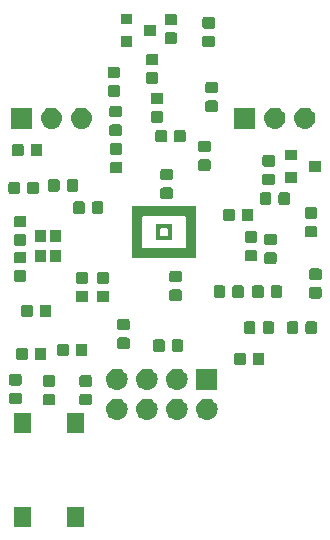
<source format=gbr>
G04 #@! TF.GenerationSoftware,KiCad,Pcbnew,(5.1.4)-1*
G04 #@! TF.CreationDate,2020-02-10T14:57:17-06:00*
G04 #@! TF.ProjectId,aducm_board,61647563-6d5f-4626-9f61-72642e6b6963,rev?*
G04 #@! TF.SameCoordinates,Original*
G04 #@! TF.FileFunction,Soldermask,Top*
G04 #@! TF.FilePolarity,Negative*
%FSLAX46Y46*%
G04 Gerber Fmt 4.6, Leading zero omitted, Abs format (unit mm)*
G04 Created by KiCad (PCBNEW (5.1.4)-1) date 2020-02-10 14:57:17*
%MOMM*%
%LPD*%
G04 APERTURE LIST*
%ADD10C,0.100000*%
G04 APERTURE END LIST*
D10*
G36*
X131271800Y-133375800D02*
G01*
X129869800Y-133375800D01*
X129869800Y-131723800D01*
X131271800Y-131723800D01*
X131271800Y-133375800D01*
X131271800Y-133375800D01*
G37*
G36*
X126771800Y-133375800D02*
G01*
X125369800Y-133375800D01*
X125369800Y-131723800D01*
X126771800Y-131723800D01*
X126771800Y-133375800D01*
X126771800Y-133375800D01*
G37*
G36*
X126771800Y-125425800D02*
G01*
X125369800Y-125425800D01*
X125369800Y-123773800D01*
X126771800Y-123773800D01*
X126771800Y-125425800D01*
X126771800Y-125425800D01*
G37*
G36*
X131271800Y-125425800D02*
G01*
X129869800Y-125425800D01*
X129869800Y-123773800D01*
X131271800Y-123773800D01*
X131271800Y-125425800D01*
X131271800Y-125425800D01*
G37*
G36*
X141791643Y-122549519D02*
G01*
X141857827Y-122556037D01*
X142027666Y-122607557D01*
X142184191Y-122691222D01*
X142219929Y-122720552D01*
X142321386Y-122803814D01*
X142380339Y-122875650D01*
X142433978Y-122941009D01*
X142517643Y-123097534D01*
X142569163Y-123267373D01*
X142586559Y-123444000D01*
X142569163Y-123620627D01*
X142517643Y-123790466D01*
X142433978Y-123946991D01*
X142404648Y-123982729D01*
X142321386Y-124084186D01*
X142219929Y-124167448D01*
X142184191Y-124196778D01*
X142027666Y-124280443D01*
X141857827Y-124331963D01*
X141791642Y-124338482D01*
X141725460Y-124345000D01*
X141636940Y-124345000D01*
X141570758Y-124338482D01*
X141504573Y-124331963D01*
X141334734Y-124280443D01*
X141178209Y-124196778D01*
X141142471Y-124167448D01*
X141041014Y-124084186D01*
X140957752Y-123982729D01*
X140928422Y-123946991D01*
X140844757Y-123790466D01*
X140793237Y-123620627D01*
X140775841Y-123444000D01*
X140793237Y-123267373D01*
X140844757Y-123097534D01*
X140928422Y-122941009D01*
X140982061Y-122875650D01*
X141041014Y-122803814D01*
X141142471Y-122720552D01*
X141178209Y-122691222D01*
X141334734Y-122607557D01*
X141504573Y-122556037D01*
X141570757Y-122549519D01*
X141636940Y-122543000D01*
X141725460Y-122543000D01*
X141791643Y-122549519D01*
X141791643Y-122549519D01*
G37*
G36*
X139251643Y-122549519D02*
G01*
X139317827Y-122556037D01*
X139487666Y-122607557D01*
X139644191Y-122691222D01*
X139679929Y-122720552D01*
X139781386Y-122803814D01*
X139840339Y-122875650D01*
X139893978Y-122941009D01*
X139977643Y-123097534D01*
X140029163Y-123267373D01*
X140046559Y-123444000D01*
X140029163Y-123620627D01*
X139977643Y-123790466D01*
X139893978Y-123946991D01*
X139864648Y-123982729D01*
X139781386Y-124084186D01*
X139679929Y-124167448D01*
X139644191Y-124196778D01*
X139487666Y-124280443D01*
X139317827Y-124331963D01*
X139251642Y-124338482D01*
X139185460Y-124345000D01*
X139096940Y-124345000D01*
X139030758Y-124338482D01*
X138964573Y-124331963D01*
X138794734Y-124280443D01*
X138638209Y-124196778D01*
X138602471Y-124167448D01*
X138501014Y-124084186D01*
X138417752Y-123982729D01*
X138388422Y-123946991D01*
X138304757Y-123790466D01*
X138253237Y-123620627D01*
X138235841Y-123444000D01*
X138253237Y-123267373D01*
X138304757Y-123097534D01*
X138388422Y-122941009D01*
X138442061Y-122875650D01*
X138501014Y-122803814D01*
X138602471Y-122720552D01*
X138638209Y-122691222D01*
X138794734Y-122607557D01*
X138964573Y-122556037D01*
X139030757Y-122549519D01*
X139096940Y-122543000D01*
X139185460Y-122543000D01*
X139251643Y-122549519D01*
X139251643Y-122549519D01*
G37*
G36*
X136711643Y-122549519D02*
G01*
X136777827Y-122556037D01*
X136947666Y-122607557D01*
X137104191Y-122691222D01*
X137139929Y-122720552D01*
X137241386Y-122803814D01*
X137300339Y-122875650D01*
X137353978Y-122941009D01*
X137437643Y-123097534D01*
X137489163Y-123267373D01*
X137506559Y-123444000D01*
X137489163Y-123620627D01*
X137437643Y-123790466D01*
X137353978Y-123946991D01*
X137324648Y-123982729D01*
X137241386Y-124084186D01*
X137139929Y-124167448D01*
X137104191Y-124196778D01*
X136947666Y-124280443D01*
X136777827Y-124331963D01*
X136711642Y-124338482D01*
X136645460Y-124345000D01*
X136556940Y-124345000D01*
X136490758Y-124338482D01*
X136424573Y-124331963D01*
X136254734Y-124280443D01*
X136098209Y-124196778D01*
X136062471Y-124167448D01*
X135961014Y-124084186D01*
X135877752Y-123982729D01*
X135848422Y-123946991D01*
X135764757Y-123790466D01*
X135713237Y-123620627D01*
X135695841Y-123444000D01*
X135713237Y-123267373D01*
X135764757Y-123097534D01*
X135848422Y-122941009D01*
X135902061Y-122875650D01*
X135961014Y-122803814D01*
X136062471Y-122720552D01*
X136098209Y-122691222D01*
X136254734Y-122607557D01*
X136424573Y-122556037D01*
X136490757Y-122549519D01*
X136556940Y-122543000D01*
X136645460Y-122543000D01*
X136711643Y-122549519D01*
X136711643Y-122549519D01*
G37*
G36*
X134171643Y-122549519D02*
G01*
X134237827Y-122556037D01*
X134407666Y-122607557D01*
X134564191Y-122691222D01*
X134599929Y-122720552D01*
X134701386Y-122803814D01*
X134760339Y-122875650D01*
X134813978Y-122941009D01*
X134897643Y-123097534D01*
X134949163Y-123267373D01*
X134966559Y-123444000D01*
X134949163Y-123620627D01*
X134897643Y-123790466D01*
X134813978Y-123946991D01*
X134784648Y-123982729D01*
X134701386Y-124084186D01*
X134599929Y-124167448D01*
X134564191Y-124196778D01*
X134407666Y-124280443D01*
X134237827Y-124331963D01*
X134171642Y-124338482D01*
X134105460Y-124345000D01*
X134016940Y-124345000D01*
X133950758Y-124338482D01*
X133884573Y-124331963D01*
X133714734Y-124280443D01*
X133558209Y-124196778D01*
X133522471Y-124167448D01*
X133421014Y-124084186D01*
X133337752Y-123982729D01*
X133308422Y-123946991D01*
X133224757Y-123790466D01*
X133173237Y-123620627D01*
X133155841Y-123444000D01*
X133173237Y-123267373D01*
X133224757Y-123097534D01*
X133308422Y-122941009D01*
X133362061Y-122875650D01*
X133421014Y-122803814D01*
X133522471Y-122720552D01*
X133558209Y-122691222D01*
X133714734Y-122607557D01*
X133884573Y-122556037D01*
X133950757Y-122549519D01*
X134016940Y-122543000D01*
X134105460Y-122543000D01*
X134171643Y-122549519D01*
X134171643Y-122549519D01*
G37*
G36*
X131799191Y-122146985D02*
G01*
X131833169Y-122157293D01*
X131864490Y-122174034D01*
X131891939Y-122196561D01*
X131914466Y-122224010D01*
X131931207Y-122255331D01*
X131941515Y-122289309D01*
X131945600Y-122330790D01*
X131945600Y-122932010D01*
X131941515Y-122973491D01*
X131931207Y-123007469D01*
X131914466Y-123038790D01*
X131891939Y-123066239D01*
X131864490Y-123088766D01*
X131833169Y-123105507D01*
X131799191Y-123115815D01*
X131757710Y-123119900D01*
X131081490Y-123119900D01*
X131040009Y-123115815D01*
X131006031Y-123105507D01*
X130974710Y-123088766D01*
X130947261Y-123066239D01*
X130924734Y-123038790D01*
X130907993Y-123007469D01*
X130897685Y-122973491D01*
X130893600Y-122932010D01*
X130893600Y-122330790D01*
X130897685Y-122289309D01*
X130907993Y-122255331D01*
X130924734Y-122224010D01*
X130947261Y-122196561D01*
X130974710Y-122174034D01*
X131006031Y-122157293D01*
X131040009Y-122146985D01*
X131081490Y-122142900D01*
X131757710Y-122142900D01*
X131799191Y-122146985D01*
X131799191Y-122146985D01*
G37*
G36*
X128700391Y-122146985D02*
G01*
X128734369Y-122157293D01*
X128765690Y-122174034D01*
X128793139Y-122196561D01*
X128815666Y-122224010D01*
X128832407Y-122255331D01*
X128842715Y-122289309D01*
X128846800Y-122330790D01*
X128846800Y-122932010D01*
X128842715Y-122973491D01*
X128832407Y-123007469D01*
X128815666Y-123038790D01*
X128793139Y-123066239D01*
X128765690Y-123088766D01*
X128734369Y-123105507D01*
X128700391Y-123115815D01*
X128658910Y-123119900D01*
X127982690Y-123119900D01*
X127941209Y-123115815D01*
X127907231Y-123105507D01*
X127875910Y-123088766D01*
X127848461Y-123066239D01*
X127825934Y-123038790D01*
X127809193Y-123007469D01*
X127798885Y-122973491D01*
X127794800Y-122932010D01*
X127794800Y-122330790D01*
X127798885Y-122289309D01*
X127809193Y-122255331D01*
X127825934Y-122224010D01*
X127848461Y-122196561D01*
X127875910Y-122174034D01*
X127907231Y-122157293D01*
X127941209Y-122146985D01*
X127982690Y-122142900D01*
X128658910Y-122142900D01*
X128700391Y-122146985D01*
X128700391Y-122146985D01*
G37*
G36*
X125855591Y-122045385D02*
G01*
X125889569Y-122055693D01*
X125920890Y-122072434D01*
X125948339Y-122094961D01*
X125970866Y-122122410D01*
X125987607Y-122153731D01*
X125997915Y-122187709D01*
X126002000Y-122229190D01*
X126002000Y-122830410D01*
X125997915Y-122871891D01*
X125987607Y-122905869D01*
X125970866Y-122937190D01*
X125948339Y-122964639D01*
X125920890Y-122987166D01*
X125889569Y-123003907D01*
X125855591Y-123014215D01*
X125814110Y-123018300D01*
X125137890Y-123018300D01*
X125096409Y-123014215D01*
X125062431Y-123003907D01*
X125031110Y-122987166D01*
X125003661Y-122964639D01*
X124981134Y-122937190D01*
X124964393Y-122905869D01*
X124954085Y-122871891D01*
X124950000Y-122830410D01*
X124950000Y-122229190D01*
X124954085Y-122187709D01*
X124964393Y-122153731D01*
X124981134Y-122122410D01*
X125003661Y-122094961D01*
X125031110Y-122072434D01*
X125062431Y-122055693D01*
X125096409Y-122045385D01*
X125137890Y-122041300D01*
X125814110Y-122041300D01*
X125855591Y-122045385D01*
X125855591Y-122045385D01*
G37*
G36*
X139251643Y-120009519D02*
G01*
X139317827Y-120016037D01*
X139487666Y-120067557D01*
X139644191Y-120151222D01*
X139679929Y-120180552D01*
X139781386Y-120263814D01*
X139864648Y-120365271D01*
X139893978Y-120401009D01*
X139977643Y-120557534D01*
X140029163Y-120727373D01*
X140046559Y-120904000D01*
X140029163Y-121080627D01*
X139978785Y-121246701D01*
X139977642Y-121250468D01*
X139952828Y-121296891D01*
X139893978Y-121406991D01*
X139869885Y-121436348D01*
X139781386Y-121544186D01*
X139679929Y-121627448D01*
X139644191Y-121656778D01*
X139487666Y-121740443D01*
X139317827Y-121791963D01*
X139251642Y-121798482D01*
X139185460Y-121805000D01*
X139096940Y-121805000D01*
X139030758Y-121798482D01*
X138964573Y-121791963D01*
X138794734Y-121740443D01*
X138638209Y-121656778D01*
X138602471Y-121627448D01*
X138501014Y-121544186D01*
X138412515Y-121436348D01*
X138388422Y-121406991D01*
X138329572Y-121296891D01*
X138304758Y-121250468D01*
X138303615Y-121246701D01*
X138253237Y-121080627D01*
X138235841Y-120904000D01*
X138253237Y-120727373D01*
X138304757Y-120557534D01*
X138388422Y-120401009D01*
X138417752Y-120365271D01*
X138501014Y-120263814D01*
X138602471Y-120180552D01*
X138638209Y-120151222D01*
X138794734Y-120067557D01*
X138964573Y-120016037D01*
X139030757Y-120009519D01*
X139096940Y-120003000D01*
X139185460Y-120003000D01*
X139251643Y-120009519D01*
X139251643Y-120009519D01*
G37*
G36*
X142582200Y-121805000D02*
G01*
X140780200Y-121805000D01*
X140780200Y-120003000D01*
X142582200Y-120003000D01*
X142582200Y-121805000D01*
X142582200Y-121805000D01*
G37*
G36*
X136711643Y-120009519D02*
G01*
X136777827Y-120016037D01*
X136947666Y-120067557D01*
X137104191Y-120151222D01*
X137139929Y-120180552D01*
X137241386Y-120263814D01*
X137324648Y-120365271D01*
X137353978Y-120401009D01*
X137437643Y-120557534D01*
X137489163Y-120727373D01*
X137506559Y-120904000D01*
X137489163Y-121080627D01*
X137438785Y-121246701D01*
X137437642Y-121250468D01*
X137412828Y-121296891D01*
X137353978Y-121406991D01*
X137329885Y-121436348D01*
X137241386Y-121544186D01*
X137139929Y-121627448D01*
X137104191Y-121656778D01*
X136947666Y-121740443D01*
X136777827Y-121791963D01*
X136711642Y-121798482D01*
X136645460Y-121805000D01*
X136556940Y-121805000D01*
X136490758Y-121798482D01*
X136424573Y-121791963D01*
X136254734Y-121740443D01*
X136098209Y-121656778D01*
X136062471Y-121627448D01*
X135961014Y-121544186D01*
X135872515Y-121436348D01*
X135848422Y-121406991D01*
X135789572Y-121296891D01*
X135764758Y-121250468D01*
X135763615Y-121246701D01*
X135713237Y-121080627D01*
X135695841Y-120904000D01*
X135713237Y-120727373D01*
X135764757Y-120557534D01*
X135848422Y-120401009D01*
X135877752Y-120365271D01*
X135961014Y-120263814D01*
X136062471Y-120180552D01*
X136098209Y-120151222D01*
X136254734Y-120067557D01*
X136424573Y-120016037D01*
X136490757Y-120009519D01*
X136556940Y-120003000D01*
X136645460Y-120003000D01*
X136711643Y-120009519D01*
X136711643Y-120009519D01*
G37*
G36*
X134171643Y-120009519D02*
G01*
X134237827Y-120016037D01*
X134407666Y-120067557D01*
X134564191Y-120151222D01*
X134599929Y-120180552D01*
X134701386Y-120263814D01*
X134784648Y-120365271D01*
X134813978Y-120401009D01*
X134897643Y-120557534D01*
X134949163Y-120727373D01*
X134966559Y-120904000D01*
X134949163Y-121080627D01*
X134898785Y-121246701D01*
X134897642Y-121250468D01*
X134872828Y-121296891D01*
X134813978Y-121406991D01*
X134789885Y-121436348D01*
X134701386Y-121544186D01*
X134599929Y-121627448D01*
X134564191Y-121656778D01*
X134407666Y-121740443D01*
X134237827Y-121791963D01*
X134171642Y-121798482D01*
X134105460Y-121805000D01*
X134016940Y-121805000D01*
X133950758Y-121798482D01*
X133884573Y-121791963D01*
X133714734Y-121740443D01*
X133558209Y-121656778D01*
X133522471Y-121627448D01*
X133421014Y-121544186D01*
X133332515Y-121436348D01*
X133308422Y-121406991D01*
X133249572Y-121296891D01*
X133224758Y-121250468D01*
X133223615Y-121246701D01*
X133173237Y-121080627D01*
X133155841Y-120904000D01*
X133173237Y-120727373D01*
X133224757Y-120557534D01*
X133308422Y-120401009D01*
X133337752Y-120365271D01*
X133421014Y-120263814D01*
X133522471Y-120180552D01*
X133558209Y-120151222D01*
X133714734Y-120067557D01*
X133884573Y-120016037D01*
X133950757Y-120009519D01*
X134016940Y-120003000D01*
X134105460Y-120003000D01*
X134171643Y-120009519D01*
X134171643Y-120009519D01*
G37*
G36*
X128700391Y-120571985D02*
G01*
X128734369Y-120582293D01*
X128765690Y-120599034D01*
X128793139Y-120621561D01*
X128815666Y-120649010D01*
X128832407Y-120680331D01*
X128842715Y-120714309D01*
X128846800Y-120755790D01*
X128846800Y-121357010D01*
X128842715Y-121398491D01*
X128832407Y-121432469D01*
X128815666Y-121463790D01*
X128793139Y-121491239D01*
X128765690Y-121513766D01*
X128734369Y-121530507D01*
X128700391Y-121540815D01*
X128658910Y-121544900D01*
X127982690Y-121544900D01*
X127941209Y-121540815D01*
X127907231Y-121530507D01*
X127875910Y-121513766D01*
X127848461Y-121491239D01*
X127825934Y-121463790D01*
X127809193Y-121432469D01*
X127798885Y-121398491D01*
X127794800Y-121357010D01*
X127794800Y-120755790D01*
X127798885Y-120714309D01*
X127809193Y-120680331D01*
X127825934Y-120649010D01*
X127848461Y-120621561D01*
X127875910Y-120599034D01*
X127907231Y-120582293D01*
X127941209Y-120571985D01*
X127982690Y-120567900D01*
X128658910Y-120567900D01*
X128700391Y-120571985D01*
X128700391Y-120571985D01*
G37*
G36*
X131799191Y-120571985D02*
G01*
X131833169Y-120582293D01*
X131864490Y-120599034D01*
X131891939Y-120621561D01*
X131914466Y-120649010D01*
X131931207Y-120680331D01*
X131941515Y-120714309D01*
X131945600Y-120755790D01*
X131945600Y-121357010D01*
X131941515Y-121398491D01*
X131931207Y-121432469D01*
X131914466Y-121463790D01*
X131891939Y-121491239D01*
X131864490Y-121513766D01*
X131833169Y-121530507D01*
X131799191Y-121540815D01*
X131757710Y-121544900D01*
X131081490Y-121544900D01*
X131040009Y-121540815D01*
X131006031Y-121530507D01*
X130974710Y-121513766D01*
X130947261Y-121491239D01*
X130924734Y-121463790D01*
X130907993Y-121432469D01*
X130897685Y-121398491D01*
X130893600Y-121357010D01*
X130893600Y-120755790D01*
X130897685Y-120714309D01*
X130907993Y-120680331D01*
X130924734Y-120649010D01*
X130947261Y-120621561D01*
X130974710Y-120599034D01*
X131006031Y-120582293D01*
X131040009Y-120571985D01*
X131081490Y-120567900D01*
X131757710Y-120567900D01*
X131799191Y-120571985D01*
X131799191Y-120571985D01*
G37*
G36*
X125855591Y-120470385D02*
G01*
X125889569Y-120480693D01*
X125920890Y-120497434D01*
X125948339Y-120519961D01*
X125970866Y-120547410D01*
X125987607Y-120578731D01*
X125997915Y-120612709D01*
X126002000Y-120654190D01*
X126002000Y-121255410D01*
X125997915Y-121296891D01*
X125987607Y-121330869D01*
X125970866Y-121362190D01*
X125948339Y-121389639D01*
X125920890Y-121412166D01*
X125889569Y-121428907D01*
X125855591Y-121439215D01*
X125814110Y-121443300D01*
X125137890Y-121443300D01*
X125096409Y-121439215D01*
X125062431Y-121428907D01*
X125031110Y-121412166D01*
X125003661Y-121389639D01*
X124981134Y-121362190D01*
X124964393Y-121330869D01*
X124954085Y-121296891D01*
X124950000Y-121255410D01*
X124950000Y-120654190D01*
X124954085Y-120612709D01*
X124964393Y-120578731D01*
X124981134Y-120547410D01*
X125003661Y-120519961D01*
X125031110Y-120497434D01*
X125062431Y-120480693D01*
X125096409Y-120470385D01*
X125137890Y-120466300D01*
X125814110Y-120466300D01*
X125855591Y-120470385D01*
X125855591Y-120470385D01*
G37*
G36*
X144817291Y-118654885D02*
G01*
X144851269Y-118665193D01*
X144882590Y-118681934D01*
X144910039Y-118704461D01*
X144932566Y-118731910D01*
X144949307Y-118763231D01*
X144959615Y-118797209D01*
X144963700Y-118838690D01*
X144963700Y-119514910D01*
X144959615Y-119556391D01*
X144949307Y-119590369D01*
X144932566Y-119621690D01*
X144910039Y-119649139D01*
X144882590Y-119671666D01*
X144851269Y-119688407D01*
X144817291Y-119698715D01*
X144775810Y-119702800D01*
X144174590Y-119702800D01*
X144133109Y-119698715D01*
X144099131Y-119688407D01*
X144067810Y-119671666D01*
X144040361Y-119649139D01*
X144017834Y-119621690D01*
X144001093Y-119590369D01*
X143990785Y-119556391D01*
X143986700Y-119514910D01*
X143986700Y-118838690D01*
X143990785Y-118797209D01*
X144001093Y-118763231D01*
X144017834Y-118731910D01*
X144040361Y-118704461D01*
X144067810Y-118681934D01*
X144099131Y-118665193D01*
X144133109Y-118654885D01*
X144174590Y-118650800D01*
X144775810Y-118650800D01*
X144817291Y-118654885D01*
X144817291Y-118654885D01*
G37*
G36*
X146392291Y-118654885D02*
G01*
X146426269Y-118665193D01*
X146457590Y-118681934D01*
X146485039Y-118704461D01*
X146507566Y-118731910D01*
X146524307Y-118763231D01*
X146534615Y-118797209D01*
X146538700Y-118838690D01*
X146538700Y-119514910D01*
X146534615Y-119556391D01*
X146524307Y-119590369D01*
X146507566Y-119621690D01*
X146485039Y-119649139D01*
X146457590Y-119671666D01*
X146426269Y-119688407D01*
X146392291Y-119698715D01*
X146350810Y-119702800D01*
X145749590Y-119702800D01*
X145708109Y-119698715D01*
X145674131Y-119688407D01*
X145642810Y-119671666D01*
X145615361Y-119649139D01*
X145592834Y-119621690D01*
X145576093Y-119590369D01*
X145565785Y-119556391D01*
X145561700Y-119514910D01*
X145561700Y-118838690D01*
X145565785Y-118797209D01*
X145576093Y-118763231D01*
X145592834Y-118731910D01*
X145615361Y-118704461D01*
X145642810Y-118681934D01*
X145674131Y-118665193D01*
X145708109Y-118654885D01*
X145749590Y-118650800D01*
X146350810Y-118650800D01*
X146392291Y-118654885D01*
X146392291Y-118654885D01*
G37*
G36*
X127951691Y-118248485D02*
G01*
X127985669Y-118258793D01*
X128016990Y-118275534D01*
X128044439Y-118298061D01*
X128066966Y-118325510D01*
X128083707Y-118356831D01*
X128094015Y-118390809D01*
X128098100Y-118432290D01*
X128098100Y-119108510D01*
X128094015Y-119149991D01*
X128083707Y-119183969D01*
X128066966Y-119215290D01*
X128044439Y-119242739D01*
X128016990Y-119265266D01*
X127985669Y-119282007D01*
X127951691Y-119292315D01*
X127910210Y-119296400D01*
X127308990Y-119296400D01*
X127267509Y-119292315D01*
X127233531Y-119282007D01*
X127202210Y-119265266D01*
X127174761Y-119242739D01*
X127152234Y-119215290D01*
X127135493Y-119183969D01*
X127125185Y-119149991D01*
X127121100Y-119108510D01*
X127121100Y-118432290D01*
X127125185Y-118390809D01*
X127135493Y-118356831D01*
X127152234Y-118325510D01*
X127174761Y-118298061D01*
X127202210Y-118275534D01*
X127233531Y-118258793D01*
X127267509Y-118248485D01*
X127308990Y-118244400D01*
X127910210Y-118244400D01*
X127951691Y-118248485D01*
X127951691Y-118248485D01*
G37*
G36*
X126376691Y-118248485D02*
G01*
X126410669Y-118258793D01*
X126441990Y-118275534D01*
X126469439Y-118298061D01*
X126491966Y-118325510D01*
X126508707Y-118356831D01*
X126519015Y-118390809D01*
X126523100Y-118432290D01*
X126523100Y-119108510D01*
X126519015Y-119149991D01*
X126508707Y-119183969D01*
X126491966Y-119215290D01*
X126469439Y-119242739D01*
X126441990Y-119265266D01*
X126410669Y-119282007D01*
X126376691Y-119292315D01*
X126335210Y-119296400D01*
X125733990Y-119296400D01*
X125692509Y-119292315D01*
X125658531Y-119282007D01*
X125627210Y-119265266D01*
X125599761Y-119242739D01*
X125577234Y-119215290D01*
X125560493Y-119183969D01*
X125550185Y-119149991D01*
X125546100Y-119108510D01*
X125546100Y-118432290D01*
X125550185Y-118390809D01*
X125560493Y-118356831D01*
X125577234Y-118325510D01*
X125599761Y-118298061D01*
X125627210Y-118275534D01*
X125658531Y-118258793D01*
X125692509Y-118248485D01*
X125733990Y-118244400D01*
X126335210Y-118244400D01*
X126376691Y-118248485D01*
X126376691Y-118248485D01*
G37*
G36*
X129831091Y-117892885D02*
G01*
X129865069Y-117903193D01*
X129896390Y-117919934D01*
X129923839Y-117942461D01*
X129946366Y-117969910D01*
X129963107Y-118001231D01*
X129973415Y-118035209D01*
X129977500Y-118076690D01*
X129977500Y-118752910D01*
X129973415Y-118794391D01*
X129963107Y-118828369D01*
X129946366Y-118859690D01*
X129923839Y-118887139D01*
X129896390Y-118909666D01*
X129865069Y-118926407D01*
X129831091Y-118936715D01*
X129789610Y-118940800D01*
X129188390Y-118940800D01*
X129146909Y-118936715D01*
X129112931Y-118926407D01*
X129081610Y-118909666D01*
X129054161Y-118887139D01*
X129031634Y-118859690D01*
X129014893Y-118828369D01*
X129004585Y-118794391D01*
X129000500Y-118752910D01*
X129000500Y-118076690D01*
X129004585Y-118035209D01*
X129014893Y-118001231D01*
X129031634Y-117969910D01*
X129054161Y-117942461D01*
X129081610Y-117919934D01*
X129112931Y-117903193D01*
X129146909Y-117892885D01*
X129188390Y-117888800D01*
X129789610Y-117888800D01*
X129831091Y-117892885D01*
X129831091Y-117892885D01*
G37*
G36*
X131406091Y-117892885D02*
G01*
X131440069Y-117903193D01*
X131471390Y-117919934D01*
X131498839Y-117942461D01*
X131521366Y-117969910D01*
X131538107Y-118001231D01*
X131548415Y-118035209D01*
X131552500Y-118076690D01*
X131552500Y-118752910D01*
X131548415Y-118794391D01*
X131538107Y-118828369D01*
X131521366Y-118859690D01*
X131498839Y-118887139D01*
X131471390Y-118909666D01*
X131440069Y-118926407D01*
X131406091Y-118936715D01*
X131364610Y-118940800D01*
X130763390Y-118940800D01*
X130721909Y-118936715D01*
X130687931Y-118926407D01*
X130656610Y-118909666D01*
X130629161Y-118887139D01*
X130606634Y-118859690D01*
X130589893Y-118828369D01*
X130579585Y-118794391D01*
X130575500Y-118752910D01*
X130575500Y-118076690D01*
X130579585Y-118035209D01*
X130589893Y-118001231D01*
X130606634Y-117969910D01*
X130629161Y-117942461D01*
X130656610Y-117919934D01*
X130687931Y-117903193D01*
X130721909Y-117892885D01*
X130763390Y-117888800D01*
X131364610Y-117888800D01*
X131406091Y-117892885D01*
X131406091Y-117892885D01*
G37*
G36*
X139534291Y-117537285D02*
G01*
X139568269Y-117547593D01*
X139599590Y-117564334D01*
X139627039Y-117586861D01*
X139649566Y-117614310D01*
X139666307Y-117645631D01*
X139676615Y-117679609D01*
X139680700Y-117721090D01*
X139680700Y-118397310D01*
X139676615Y-118438791D01*
X139666307Y-118472769D01*
X139649566Y-118504090D01*
X139627039Y-118531539D01*
X139599590Y-118554066D01*
X139568269Y-118570807D01*
X139534291Y-118581115D01*
X139492810Y-118585200D01*
X138891590Y-118585200D01*
X138850109Y-118581115D01*
X138816131Y-118570807D01*
X138784810Y-118554066D01*
X138757361Y-118531539D01*
X138734834Y-118504090D01*
X138718093Y-118472769D01*
X138707785Y-118438791D01*
X138703700Y-118397310D01*
X138703700Y-117721090D01*
X138707785Y-117679609D01*
X138718093Y-117645631D01*
X138734834Y-117614310D01*
X138757361Y-117586861D01*
X138784810Y-117564334D01*
X138816131Y-117547593D01*
X138850109Y-117537285D01*
X138891590Y-117533200D01*
X139492810Y-117533200D01*
X139534291Y-117537285D01*
X139534291Y-117537285D01*
G37*
G36*
X137959291Y-117537285D02*
G01*
X137993269Y-117547593D01*
X138024590Y-117564334D01*
X138052039Y-117586861D01*
X138074566Y-117614310D01*
X138091307Y-117645631D01*
X138101615Y-117679609D01*
X138105700Y-117721090D01*
X138105700Y-118397310D01*
X138101615Y-118438791D01*
X138091307Y-118472769D01*
X138074566Y-118504090D01*
X138052039Y-118531539D01*
X138024590Y-118554066D01*
X137993269Y-118570807D01*
X137959291Y-118581115D01*
X137917810Y-118585200D01*
X137316590Y-118585200D01*
X137275109Y-118581115D01*
X137241131Y-118570807D01*
X137209810Y-118554066D01*
X137182361Y-118531539D01*
X137159834Y-118504090D01*
X137143093Y-118472769D01*
X137132785Y-118438791D01*
X137128700Y-118397310D01*
X137128700Y-117721090D01*
X137132785Y-117679609D01*
X137143093Y-117645631D01*
X137159834Y-117614310D01*
X137182361Y-117586861D01*
X137209810Y-117564334D01*
X137241131Y-117547593D01*
X137275109Y-117537285D01*
X137316590Y-117533200D01*
X137917810Y-117533200D01*
X137959291Y-117537285D01*
X137959291Y-117537285D01*
G37*
G36*
X134999591Y-117371785D02*
G01*
X135033569Y-117382093D01*
X135064890Y-117398834D01*
X135092339Y-117421361D01*
X135114866Y-117448810D01*
X135131607Y-117480131D01*
X135141915Y-117514109D01*
X135146000Y-117555590D01*
X135146000Y-118156810D01*
X135141915Y-118198291D01*
X135131607Y-118232269D01*
X135114866Y-118263590D01*
X135092339Y-118291039D01*
X135064890Y-118313566D01*
X135033569Y-118330307D01*
X134999591Y-118340615D01*
X134958110Y-118344700D01*
X134281890Y-118344700D01*
X134240409Y-118340615D01*
X134206431Y-118330307D01*
X134175110Y-118313566D01*
X134147661Y-118291039D01*
X134125134Y-118263590D01*
X134108393Y-118232269D01*
X134098085Y-118198291D01*
X134094000Y-118156810D01*
X134094000Y-117555590D01*
X134098085Y-117514109D01*
X134108393Y-117480131D01*
X134125134Y-117448810D01*
X134147661Y-117421361D01*
X134175110Y-117398834D01*
X134206431Y-117382093D01*
X134240409Y-117371785D01*
X134281890Y-117367700D01*
X134958110Y-117367700D01*
X134999591Y-117371785D01*
X134999591Y-117371785D01*
G37*
G36*
X150862491Y-116013285D02*
G01*
X150896469Y-116023593D01*
X150927790Y-116040334D01*
X150955239Y-116062861D01*
X150977766Y-116090310D01*
X150994507Y-116121631D01*
X151004815Y-116155609D01*
X151008900Y-116197090D01*
X151008900Y-116873310D01*
X151004815Y-116914791D01*
X150994507Y-116948769D01*
X150977766Y-116980090D01*
X150955239Y-117007539D01*
X150927790Y-117030066D01*
X150896469Y-117046807D01*
X150862491Y-117057115D01*
X150821010Y-117061200D01*
X150219790Y-117061200D01*
X150178309Y-117057115D01*
X150144331Y-117046807D01*
X150113010Y-117030066D01*
X150085561Y-117007539D01*
X150063034Y-116980090D01*
X150046293Y-116948769D01*
X150035985Y-116914791D01*
X150031900Y-116873310D01*
X150031900Y-116197090D01*
X150035985Y-116155609D01*
X150046293Y-116121631D01*
X150063034Y-116090310D01*
X150085561Y-116062861D01*
X150113010Y-116040334D01*
X150144331Y-116023593D01*
X150178309Y-116013285D01*
X150219790Y-116009200D01*
X150821010Y-116009200D01*
X150862491Y-116013285D01*
X150862491Y-116013285D01*
G37*
G36*
X147230391Y-116013285D02*
G01*
X147264369Y-116023593D01*
X147295690Y-116040334D01*
X147323139Y-116062861D01*
X147345666Y-116090310D01*
X147362407Y-116121631D01*
X147372715Y-116155609D01*
X147376800Y-116197090D01*
X147376800Y-116873310D01*
X147372715Y-116914791D01*
X147362407Y-116948769D01*
X147345666Y-116980090D01*
X147323139Y-117007539D01*
X147295690Y-117030066D01*
X147264369Y-117046807D01*
X147230391Y-117057115D01*
X147188910Y-117061200D01*
X146587690Y-117061200D01*
X146546209Y-117057115D01*
X146512231Y-117046807D01*
X146480910Y-117030066D01*
X146453461Y-117007539D01*
X146430934Y-116980090D01*
X146414193Y-116948769D01*
X146403885Y-116914791D01*
X146399800Y-116873310D01*
X146399800Y-116197090D01*
X146403885Y-116155609D01*
X146414193Y-116121631D01*
X146430934Y-116090310D01*
X146453461Y-116062861D01*
X146480910Y-116040334D01*
X146512231Y-116023593D01*
X146546209Y-116013285D01*
X146587690Y-116009200D01*
X147188910Y-116009200D01*
X147230391Y-116013285D01*
X147230391Y-116013285D01*
G37*
G36*
X145655391Y-116013285D02*
G01*
X145689369Y-116023593D01*
X145720690Y-116040334D01*
X145748139Y-116062861D01*
X145770666Y-116090310D01*
X145787407Y-116121631D01*
X145797715Y-116155609D01*
X145801800Y-116197090D01*
X145801800Y-116873310D01*
X145797715Y-116914791D01*
X145787407Y-116948769D01*
X145770666Y-116980090D01*
X145748139Y-117007539D01*
X145720690Y-117030066D01*
X145689369Y-117046807D01*
X145655391Y-117057115D01*
X145613910Y-117061200D01*
X145012690Y-117061200D01*
X144971209Y-117057115D01*
X144937231Y-117046807D01*
X144905910Y-117030066D01*
X144878461Y-117007539D01*
X144855934Y-116980090D01*
X144839193Y-116948769D01*
X144828885Y-116914791D01*
X144824800Y-116873310D01*
X144824800Y-116197090D01*
X144828885Y-116155609D01*
X144839193Y-116121631D01*
X144855934Y-116090310D01*
X144878461Y-116062861D01*
X144905910Y-116040334D01*
X144937231Y-116023593D01*
X144971209Y-116013285D01*
X145012690Y-116009200D01*
X145613910Y-116009200D01*
X145655391Y-116013285D01*
X145655391Y-116013285D01*
G37*
G36*
X149287491Y-116013285D02*
G01*
X149321469Y-116023593D01*
X149352790Y-116040334D01*
X149380239Y-116062861D01*
X149402766Y-116090310D01*
X149419507Y-116121631D01*
X149429815Y-116155609D01*
X149433900Y-116197090D01*
X149433900Y-116873310D01*
X149429815Y-116914791D01*
X149419507Y-116948769D01*
X149402766Y-116980090D01*
X149380239Y-117007539D01*
X149352790Y-117030066D01*
X149321469Y-117046807D01*
X149287491Y-117057115D01*
X149246010Y-117061200D01*
X148644790Y-117061200D01*
X148603309Y-117057115D01*
X148569331Y-117046807D01*
X148538010Y-117030066D01*
X148510561Y-117007539D01*
X148488034Y-116980090D01*
X148471293Y-116948769D01*
X148460985Y-116914791D01*
X148456900Y-116873310D01*
X148456900Y-116197090D01*
X148460985Y-116155609D01*
X148471293Y-116121631D01*
X148488034Y-116090310D01*
X148510561Y-116062861D01*
X148538010Y-116040334D01*
X148569331Y-116023593D01*
X148603309Y-116013285D01*
X148644790Y-116009200D01*
X149246010Y-116009200D01*
X149287491Y-116013285D01*
X149287491Y-116013285D01*
G37*
G36*
X134999591Y-115796785D02*
G01*
X135033569Y-115807093D01*
X135064890Y-115823834D01*
X135092339Y-115846361D01*
X135114866Y-115873810D01*
X135131607Y-115905131D01*
X135141915Y-115939109D01*
X135146000Y-115980590D01*
X135146000Y-116581810D01*
X135141915Y-116623291D01*
X135131607Y-116657269D01*
X135114866Y-116688590D01*
X135092339Y-116716039D01*
X135064890Y-116738566D01*
X135033569Y-116755307D01*
X134999591Y-116765615D01*
X134958110Y-116769700D01*
X134281890Y-116769700D01*
X134240409Y-116765615D01*
X134206431Y-116755307D01*
X134175110Y-116738566D01*
X134147661Y-116716039D01*
X134125134Y-116688590D01*
X134108393Y-116657269D01*
X134098085Y-116623291D01*
X134094000Y-116581810D01*
X134094000Y-115980590D01*
X134098085Y-115939109D01*
X134108393Y-115905131D01*
X134125134Y-115873810D01*
X134147661Y-115846361D01*
X134175110Y-115823834D01*
X134206431Y-115807093D01*
X134240409Y-115796785D01*
X134281890Y-115792700D01*
X134958110Y-115792700D01*
X134999591Y-115796785D01*
X134999591Y-115796785D01*
G37*
G36*
X126783091Y-114590885D02*
G01*
X126817069Y-114601193D01*
X126848390Y-114617934D01*
X126875839Y-114640461D01*
X126898366Y-114667910D01*
X126915107Y-114699231D01*
X126925415Y-114733209D01*
X126929500Y-114774690D01*
X126929500Y-115450910D01*
X126925415Y-115492391D01*
X126915107Y-115526369D01*
X126898366Y-115557690D01*
X126875839Y-115585139D01*
X126848390Y-115607666D01*
X126817069Y-115624407D01*
X126783091Y-115634715D01*
X126741610Y-115638800D01*
X126140390Y-115638800D01*
X126098909Y-115634715D01*
X126064931Y-115624407D01*
X126033610Y-115607666D01*
X126006161Y-115585139D01*
X125983634Y-115557690D01*
X125966893Y-115526369D01*
X125956585Y-115492391D01*
X125952500Y-115450910D01*
X125952500Y-114774690D01*
X125956585Y-114733209D01*
X125966893Y-114699231D01*
X125983634Y-114667910D01*
X126006161Y-114640461D01*
X126033610Y-114617934D01*
X126064931Y-114601193D01*
X126098909Y-114590885D01*
X126140390Y-114586800D01*
X126741610Y-114586800D01*
X126783091Y-114590885D01*
X126783091Y-114590885D01*
G37*
G36*
X128358091Y-114590885D02*
G01*
X128392069Y-114601193D01*
X128423390Y-114617934D01*
X128450839Y-114640461D01*
X128473366Y-114667910D01*
X128490107Y-114699231D01*
X128500415Y-114733209D01*
X128504500Y-114774690D01*
X128504500Y-115450910D01*
X128500415Y-115492391D01*
X128490107Y-115526369D01*
X128473366Y-115557690D01*
X128450839Y-115585139D01*
X128423390Y-115607666D01*
X128392069Y-115624407D01*
X128358091Y-115634715D01*
X128316610Y-115638800D01*
X127715390Y-115638800D01*
X127673909Y-115634715D01*
X127639931Y-115624407D01*
X127608610Y-115607666D01*
X127581161Y-115585139D01*
X127558634Y-115557690D01*
X127541893Y-115526369D01*
X127531585Y-115492391D01*
X127527500Y-115450910D01*
X127527500Y-114774690D01*
X127531585Y-114733209D01*
X127541893Y-114699231D01*
X127558634Y-114667910D01*
X127581161Y-114640461D01*
X127608610Y-114617934D01*
X127639931Y-114601193D01*
X127673909Y-114590885D01*
X127715390Y-114586800D01*
X128316610Y-114586800D01*
X128358091Y-114590885D01*
X128358091Y-114590885D01*
G37*
G36*
X131494391Y-113409385D02*
G01*
X131528369Y-113419693D01*
X131559690Y-113436434D01*
X131587139Y-113458961D01*
X131609666Y-113486410D01*
X131626407Y-113517731D01*
X131636715Y-113551709D01*
X131640800Y-113593190D01*
X131640800Y-114194410D01*
X131636715Y-114235891D01*
X131626407Y-114269869D01*
X131609666Y-114301190D01*
X131587139Y-114328639D01*
X131559690Y-114351166D01*
X131528369Y-114367907D01*
X131494391Y-114378215D01*
X131452910Y-114382300D01*
X130776690Y-114382300D01*
X130735209Y-114378215D01*
X130701231Y-114367907D01*
X130669910Y-114351166D01*
X130642461Y-114328639D01*
X130619934Y-114301190D01*
X130603193Y-114269869D01*
X130592885Y-114235891D01*
X130588800Y-114194410D01*
X130588800Y-113593190D01*
X130592885Y-113551709D01*
X130603193Y-113517731D01*
X130619934Y-113486410D01*
X130642461Y-113458961D01*
X130669910Y-113436434D01*
X130701231Y-113419693D01*
X130735209Y-113409385D01*
X130776690Y-113405300D01*
X131452910Y-113405300D01*
X131494391Y-113409385D01*
X131494391Y-113409385D01*
G37*
G36*
X133272391Y-113409185D02*
G01*
X133306369Y-113419493D01*
X133337690Y-113436234D01*
X133365139Y-113458761D01*
X133387666Y-113486210D01*
X133404407Y-113517531D01*
X133414715Y-113551509D01*
X133418800Y-113592990D01*
X133418800Y-114194210D01*
X133414715Y-114235691D01*
X133404407Y-114269669D01*
X133387666Y-114300990D01*
X133365139Y-114328439D01*
X133337690Y-114350966D01*
X133306369Y-114367707D01*
X133272391Y-114378015D01*
X133230910Y-114382100D01*
X132554690Y-114382100D01*
X132513209Y-114378015D01*
X132479231Y-114367707D01*
X132447910Y-114350966D01*
X132420461Y-114328439D01*
X132397934Y-114300990D01*
X132381193Y-114269669D01*
X132370885Y-114235691D01*
X132366800Y-114194210D01*
X132366800Y-113592990D01*
X132370885Y-113551509D01*
X132381193Y-113517531D01*
X132397934Y-113486210D01*
X132420461Y-113458761D01*
X132447910Y-113436234D01*
X132479231Y-113419493D01*
X132513209Y-113409185D01*
X132554690Y-113405100D01*
X133230910Y-113405100D01*
X133272391Y-113409185D01*
X133272391Y-113409185D01*
G37*
G36*
X139419191Y-113307785D02*
G01*
X139453169Y-113318093D01*
X139484490Y-113334834D01*
X139511939Y-113357361D01*
X139534466Y-113384810D01*
X139551207Y-113416131D01*
X139561515Y-113450109D01*
X139565600Y-113491590D01*
X139565600Y-114092810D01*
X139561515Y-114134291D01*
X139551207Y-114168269D01*
X139534466Y-114199590D01*
X139511939Y-114227039D01*
X139484490Y-114249566D01*
X139453169Y-114266307D01*
X139419191Y-114276615D01*
X139377710Y-114280700D01*
X138701490Y-114280700D01*
X138660009Y-114276615D01*
X138626031Y-114266307D01*
X138594710Y-114249566D01*
X138567261Y-114227039D01*
X138544734Y-114199590D01*
X138527993Y-114168269D01*
X138517685Y-114134291D01*
X138513600Y-114092810D01*
X138513600Y-113491590D01*
X138517685Y-113450109D01*
X138527993Y-113416131D01*
X138544734Y-113384810D01*
X138567261Y-113357361D01*
X138594710Y-113334834D01*
X138626031Y-113318093D01*
X138660009Y-113307785D01*
X138701490Y-113303700D01*
X139377710Y-113303700D01*
X139419191Y-113307785D01*
X139419191Y-113307785D01*
G37*
G36*
X151255591Y-113104585D02*
G01*
X151289569Y-113114893D01*
X151320890Y-113131634D01*
X151348339Y-113154161D01*
X151370866Y-113181610D01*
X151387607Y-113212931D01*
X151397915Y-113246909D01*
X151402000Y-113288390D01*
X151402000Y-113889610D01*
X151397915Y-113931091D01*
X151387607Y-113965069D01*
X151370866Y-113996390D01*
X151348339Y-114023839D01*
X151320890Y-114046366D01*
X151289569Y-114063107D01*
X151255591Y-114073415D01*
X151214110Y-114077500D01*
X150537890Y-114077500D01*
X150496409Y-114073415D01*
X150462431Y-114063107D01*
X150431110Y-114046366D01*
X150403661Y-114023839D01*
X150381134Y-113996390D01*
X150364393Y-113965069D01*
X150354085Y-113931091D01*
X150350000Y-113889610D01*
X150350000Y-113288390D01*
X150354085Y-113246909D01*
X150364393Y-113212931D01*
X150381134Y-113181610D01*
X150403661Y-113154161D01*
X150431110Y-113131634D01*
X150462431Y-113114893D01*
X150496409Y-113104585D01*
X150537890Y-113100500D01*
X151214110Y-113100500D01*
X151255591Y-113104585D01*
X151255591Y-113104585D01*
G37*
G36*
X146341091Y-112965285D02*
G01*
X146375069Y-112975593D01*
X146406390Y-112992334D01*
X146433839Y-113014861D01*
X146456366Y-113042310D01*
X146473107Y-113073631D01*
X146483415Y-113107609D01*
X146487500Y-113149090D01*
X146487500Y-113825310D01*
X146483415Y-113866791D01*
X146473107Y-113900769D01*
X146456366Y-113932090D01*
X146433839Y-113959539D01*
X146406390Y-113982066D01*
X146375069Y-113998807D01*
X146341091Y-114009115D01*
X146299610Y-114013200D01*
X145698390Y-114013200D01*
X145656909Y-114009115D01*
X145622931Y-113998807D01*
X145591610Y-113982066D01*
X145564161Y-113959539D01*
X145541634Y-113932090D01*
X145524893Y-113900769D01*
X145514585Y-113866791D01*
X145510500Y-113825310D01*
X145510500Y-113149090D01*
X145514585Y-113107609D01*
X145524893Y-113073631D01*
X145541634Y-113042310D01*
X145564161Y-113014861D01*
X145591610Y-112992334D01*
X145622931Y-112975593D01*
X145656909Y-112965285D01*
X145698390Y-112961200D01*
X146299610Y-112961200D01*
X146341091Y-112965285D01*
X146341091Y-112965285D01*
G37*
G36*
X144664891Y-112965285D02*
G01*
X144698869Y-112975593D01*
X144730190Y-112992334D01*
X144757639Y-113014861D01*
X144780166Y-113042310D01*
X144796907Y-113073631D01*
X144807215Y-113107609D01*
X144811300Y-113149090D01*
X144811300Y-113825310D01*
X144807215Y-113866791D01*
X144796907Y-113900769D01*
X144780166Y-113932090D01*
X144757639Y-113959539D01*
X144730190Y-113982066D01*
X144698869Y-113998807D01*
X144664891Y-114009115D01*
X144623410Y-114013200D01*
X144022190Y-114013200D01*
X143980709Y-114009115D01*
X143946731Y-113998807D01*
X143915410Y-113982066D01*
X143887961Y-113959539D01*
X143865434Y-113932090D01*
X143848693Y-113900769D01*
X143838385Y-113866791D01*
X143834300Y-113825310D01*
X143834300Y-113149090D01*
X143838385Y-113107609D01*
X143848693Y-113073631D01*
X143865434Y-113042310D01*
X143887961Y-113014861D01*
X143915410Y-112992334D01*
X143946731Y-112975593D01*
X143980709Y-112965285D01*
X144022190Y-112961200D01*
X144623410Y-112961200D01*
X144664891Y-112965285D01*
X144664891Y-112965285D01*
G37*
G36*
X143089891Y-112965285D02*
G01*
X143123869Y-112975593D01*
X143155190Y-112992334D01*
X143182639Y-113014861D01*
X143205166Y-113042310D01*
X143221907Y-113073631D01*
X143232215Y-113107609D01*
X143236300Y-113149090D01*
X143236300Y-113825310D01*
X143232215Y-113866791D01*
X143221907Y-113900769D01*
X143205166Y-113932090D01*
X143182639Y-113959539D01*
X143155190Y-113982066D01*
X143123869Y-113998807D01*
X143089891Y-114009115D01*
X143048410Y-114013200D01*
X142447190Y-114013200D01*
X142405709Y-114009115D01*
X142371731Y-113998807D01*
X142340410Y-113982066D01*
X142312961Y-113959539D01*
X142290434Y-113932090D01*
X142273693Y-113900769D01*
X142263385Y-113866791D01*
X142259300Y-113825310D01*
X142259300Y-113149090D01*
X142263385Y-113107609D01*
X142273693Y-113073631D01*
X142290434Y-113042310D01*
X142312961Y-113014861D01*
X142340410Y-112992334D01*
X142371731Y-112975593D01*
X142405709Y-112965285D01*
X142447190Y-112961200D01*
X143048410Y-112961200D01*
X143089891Y-112965285D01*
X143089891Y-112965285D01*
G37*
G36*
X147916091Y-112965285D02*
G01*
X147950069Y-112975593D01*
X147981390Y-112992334D01*
X148008839Y-113014861D01*
X148031366Y-113042310D01*
X148048107Y-113073631D01*
X148058415Y-113107609D01*
X148062500Y-113149090D01*
X148062500Y-113825310D01*
X148058415Y-113866791D01*
X148048107Y-113900769D01*
X148031366Y-113932090D01*
X148008839Y-113959539D01*
X147981390Y-113982066D01*
X147950069Y-113998807D01*
X147916091Y-114009115D01*
X147874610Y-114013200D01*
X147273390Y-114013200D01*
X147231909Y-114009115D01*
X147197931Y-113998807D01*
X147166610Y-113982066D01*
X147139161Y-113959539D01*
X147116634Y-113932090D01*
X147099893Y-113900769D01*
X147089585Y-113866791D01*
X147085500Y-113825310D01*
X147085500Y-113149090D01*
X147089585Y-113107609D01*
X147099893Y-113073631D01*
X147116634Y-113042310D01*
X147139161Y-113014861D01*
X147166610Y-112992334D01*
X147197931Y-112975593D01*
X147231909Y-112965285D01*
X147273390Y-112961200D01*
X147874610Y-112961200D01*
X147916091Y-112965285D01*
X147916091Y-112965285D01*
G37*
G36*
X131494391Y-111834385D02*
G01*
X131528369Y-111844693D01*
X131559690Y-111861434D01*
X131587139Y-111883961D01*
X131609666Y-111911410D01*
X131626407Y-111942731D01*
X131636715Y-111976709D01*
X131640800Y-112018190D01*
X131640800Y-112619410D01*
X131636715Y-112660891D01*
X131626407Y-112694869D01*
X131609666Y-112726190D01*
X131587139Y-112753639D01*
X131559690Y-112776166D01*
X131528369Y-112792907D01*
X131494391Y-112803215D01*
X131452910Y-112807300D01*
X130776690Y-112807300D01*
X130735209Y-112803215D01*
X130701231Y-112792907D01*
X130669910Y-112776166D01*
X130642461Y-112753639D01*
X130619934Y-112726190D01*
X130603193Y-112694869D01*
X130592885Y-112660891D01*
X130588800Y-112619410D01*
X130588800Y-112018190D01*
X130592885Y-111976709D01*
X130603193Y-111942731D01*
X130619934Y-111911410D01*
X130642461Y-111883961D01*
X130669910Y-111861434D01*
X130701231Y-111844693D01*
X130735209Y-111834385D01*
X130776690Y-111830300D01*
X131452910Y-111830300D01*
X131494391Y-111834385D01*
X131494391Y-111834385D01*
G37*
G36*
X133272391Y-111834185D02*
G01*
X133306369Y-111844493D01*
X133337690Y-111861234D01*
X133365139Y-111883761D01*
X133387666Y-111911210D01*
X133404407Y-111942531D01*
X133414715Y-111976509D01*
X133418800Y-112017990D01*
X133418800Y-112619210D01*
X133414715Y-112660691D01*
X133404407Y-112694669D01*
X133387666Y-112725990D01*
X133365139Y-112753439D01*
X133337690Y-112775966D01*
X133306369Y-112792707D01*
X133272391Y-112803015D01*
X133230910Y-112807100D01*
X132554690Y-112807100D01*
X132513209Y-112803015D01*
X132479231Y-112792707D01*
X132447910Y-112775966D01*
X132420461Y-112753439D01*
X132397934Y-112725990D01*
X132381193Y-112694669D01*
X132370885Y-112660691D01*
X132366800Y-112619210D01*
X132366800Y-112017990D01*
X132370885Y-111976509D01*
X132381193Y-111942531D01*
X132397934Y-111911210D01*
X132420461Y-111883761D01*
X132447910Y-111861234D01*
X132479231Y-111844493D01*
X132513209Y-111834185D01*
X132554690Y-111830100D01*
X133230910Y-111830100D01*
X133272391Y-111834185D01*
X133272391Y-111834185D01*
G37*
G36*
X139419191Y-111732785D02*
G01*
X139453169Y-111743093D01*
X139484490Y-111759834D01*
X139511939Y-111782361D01*
X139534466Y-111809810D01*
X139551207Y-111841131D01*
X139561515Y-111875109D01*
X139565600Y-111916590D01*
X139565600Y-112517810D01*
X139561515Y-112559291D01*
X139551207Y-112593269D01*
X139534466Y-112624590D01*
X139511939Y-112652039D01*
X139484490Y-112674566D01*
X139453169Y-112691307D01*
X139419191Y-112701615D01*
X139377710Y-112705700D01*
X138701490Y-112705700D01*
X138660009Y-112701615D01*
X138626031Y-112691307D01*
X138594710Y-112674566D01*
X138567261Y-112652039D01*
X138544734Y-112624590D01*
X138527993Y-112593269D01*
X138517685Y-112559291D01*
X138513600Y-112517810D01*
X138513600Y-111916590D01*
X138517685Y-111875109D01*
X138527993Y-111841131D01*
X138544734Y-111809810D01*
X138567261Y-111782361D01*
X138594710Y-111759834D01*
X138626031Y-111743093D01*
X138660009Y-111732785D01*
X138701490Y-111728700D01*
X139377710Y-111728700D01*
X139419191Y-111732785D01*
X139419191Y-111732785D01*
G37*
G36*
X126261991Y-111682185D02*
G01*
X126295969Y-111692493D01*
X126327290Y-111709234D01*
X126354739Y-111731761D01*
X126377266Y-111759210D01*
X126394007Y-111790531D01*
X126404315Y-111824509D01*
X126408400Y-111865990D01*
X126408400Y-112467210D01*
X126404315Y-112508691D01*
X126394007Y-112542669D01*
X126377266Y-112573990D01*
X126354739Y-112601439D01*
X126327290Y-112623966D01*
X126295969Y-112640707D01*
X126261991Y-112651015D01*
X126220510Y-112655100D01*
X125544290Y-112655100D01*
X125502809Y-112651015D01*
X125468831Y-112640707D01*
X125437510Y-112623966D01*
X125410061Y-112601439D01*
X125387534Y-112573990D01*
X125370793Y-112542669D01*
X125360485Y-112508691D01*
X125356400Y-112467210D01*
X125356400Y-111865990D01*
X125360485Y-111824509D01*
X125370793Y-111790531D01*
X125387534Y-111759210D01*
X125410061Y-111731761D01*
X125437510Y-111709234D01*
X125468831Y-111692493D01*
X125502809Y-111682185D01*
X125544290Y-111678100D01*
X126220510Y-111678100D01*
X126261991Y-111682185D01*
X126261991Y-111682185D01*
G37*
G36*
X151255591Y-111529585D02*
G01*
X151289569Y-111539893D01*
X151320890Y-111556634D01*
X151348339Y-111579161D01*
X151370866Y-111606610D01*
X151387607Y-111637931D01*
X151397915Y-111671909D01*
X151402000Y-111713390D01*
X151402000Y-112314610D01*
X151397915Y-112356091D01*
X151387607Y-112390069D01*
X151370866Y-112421390D01*
X151348339Y-112448839D01*
X151320890Y-112471366D01*
X151289569Y-112488107D01*
X151255591Y-112498415D01*
X151214110Y-112502500D01*
X150537890Y-112502500D01*
X150496409Y-112498415D01*
X150462431Y-112488107D01*
X150431110Y-112471366D01*
X150403661Y-112448839D01*
X150381134Y-112421390D01*
X150364393Y-112390069D01*
X150354085Y-112356091D01*
X150350000Y-112314610D01*
X150350000Y-111713390D01*
X150354085Y-111671909D01*
X150364393Y-111637931D01*
X150381134Y-111606610D01*
X150403661Y-111579161D01*
X150431110Y-111556634D01*
X150462431Y-111539893D01*
X150496409Y-111529585D01*
X150537890Y-111525500D01*
X151214110Y-111525500D01*
X151255591Y-111529585D01*
X151255591Y-111529585D01*
G37*
G36*
X147445591Y-110157985D02*
G01*
X147479569Y-110168293D01*
X147510890Y-110185034D01*
X147538339Y-110207561D01*
X147560866Y-110235010D01*
X147577607Y-110266331D01*
X147587915Y-110300309D01*
X147592000Y-110341790D01*
X147592000Y-110943010D01*
X147587915Y-110984491D01*
X147577607Y-111018469D01*
X147560866Y-111049790D01*
X147538339Y-111077239D01*
X147510890Y-111099766D01*
X147479569Y-111116507D01*
X147445591Y-111126815D01*
X147404110Y-111130900D01*
X146727890Y-111130900D01*
X146686409Y-111126815D01*
X146652431Y-111116507D01*
X146621110Y-111099766D01*
X146593661Y-111077239D01*
X146571134Y-111049790D01*
X146554393Y-111018469D01*
X146544085Y-110984491D01*
X146540000Y-110943010D01*
X146540000Y-110341790D01*
X146544085Y-110300309D01*
X146554393Y-110266331D01*
X146571134Y-110235010D01*
X146593661Y-110207561D01*
X146621110Y-110185034D01*
X146652431Y-110168293D01*
X146686409Y-110157985D01*
X146727890Y-110153900D01*
X147404110Y-110153900D01*
X147445591Y-110157985D01*
X147445591Y-110157985D01*
G37*
G36*
X126261991Y-110107185D02*
G01*
X126295969Y-110117493D01*
X126327290Y-110134234D01*
X126354739Y-110156761D01*
X126377266Y-110184210D01*
X126394007Y-110215531D01*
X126404315Y-110249509D01*
X126408400Y-110290990D01*
X126408400Y-110892210D01*
X126404315Y-110933691D01*
X126394007Y-110967669D01*
X126377266Y-110998990D01*
X126354739Y-111026439D01*
X126327290Y-111048966D01*
X126295969Y-111065707D01*
X126261991Y-111076015D01*
X126220510Y-111080100D01*
X125544290Y-111080100D01*
X125502809Y-111076015D01*
X125468831Y-111065707D01*
X125437510Y-111048966D01*
X125410061Y-111026439D01*
X125387534Y-110998990D01*
X125370793Y-110967669D01*
X125360485Y-110933691D01*
X125356400Y-110892210D01*
X125356400Y-110290990D01*
X125360485Y-110249509D01*
X125370793Y-110215531D01*
X125387534Y-110184210D01*
X125410061Y-110156761D01*
X125437510Y-110134234D01*
X125468831Y-110117493D01*
X125502809Y-110107185D01*
X125544290Y-110103100D01*
X126220510Y-110103100D01*
X126261991Y-110107185D01*
X126261991Y-110107185D01*
G37*
G36*
X129295200Y-110952400D02*
G01*
X128393200Y-110952400D01*
X128393200Y-109950400D01*
X129295200Y-109950400D01*
X129295200Y-110952400D01*
X129295200Y-110952400D01*
G37*
G36*
X128045200Y-110952400D02*
G01*
X127143200Y-110952400D01*
X127143200Y-109950400D01*
X128045200Y-109950400D01*
X128045200Y-110952400D01*
X128045200Y-110952400D01*
G37*
G36*
X145819991Y-109954985D02*
G01*
X145853969Y-109965293D01*
X145885290Y-109982034D01*
X145912739Y-110004561D01*
X145935266Y-110032010D01*
X145952007Y-110063331D01*
X145962315Y-110097309D01*
X145966400Y-110138790D01*
X145966400Y-110740010D01*
X145962315Y-110781491D01*
X145952007Y-110815469D01*
X145935266Y-110846790D01*
X145912739Y-110874239D01*
X145885290Y-110896766D01*
X145853969Y-110913507D01*
X145819991Y-110923815D01*
X145778510Y-110927900D01*
X145102290Y-110927900D01*
X145060809Y-110923815D01*
X145026831Y-110913507D01*
X144995510Y-110896766D01*
X144968061Y-110874239D01*
X144945534Y-110846790D01*
X144928793Y-110815469D01*
X144918485Y-110781491D01*
X144914400Y-110740010D01*
X144914400Y-110138790D01*
X144918485Y-110097309D01*
X144928793Y-110063331D01*
X144945534Y-110032010D01*
X144968061Y-110004561D01*
X144995510Y-109982034D01*
X145026831Y-109965293D01*
X145060809Y-109954985D01*
X145102290Y-109950900D01*
X145778510Y-109950900D01*
X145819991Y-109954985D01*
X145819991Y-109954985D01*
G37*
G36*
X140790400Y-110666000D02*
G01*
X135358400Y-110666000D01*
X135358400Y-107234999D01*
X136218400Y-107234999D01*
X136218400Y-109681001D01*
X136220802Y-109705387D01*
X136227915Y-109728836D01*
X136239466Y-109750447D01*
X136255011Y-109769389D01*
X136273953Y-109784934D01*
X136295564Y-109796485D01*
X136319013Y-109803598D01*
X136343399Y-109806000D01*
X139805401Y-109806000D01*
X139829787Y-109803598D01*
X139853236Y-109796485D01*
X139874847Y-109784934D01*
X139893789Y-109769389D01*
X139909334Y-109750447D01*
X139920885Y-109728836D01*
X139927998Y-109705387D01*
X139930400Y-109681001D01*
X139930400Y-107234999D01*
X139927998Y-107210613D01*
X139920885Y-107187164D01*
X139909334Y-107165553D01*
X139893789Y-107146611D01*
X139874847Y-107131066D01*
X139853236Y-107119515D01*
X139829787Y-107112402D01*
X139805401Y-107110000D01*
X136343399Y-107110000D01*
X136319013Y-107112402D01*
X136295564Y-107119515D01*
X136273953Y-107131066D01*
X136255011Y-107146611D01*
X136239466Y-107165553D01*
X136227915Y-107187164D01*
X136220802Y-107210613D01*
X136218400Y-107234999D01*
X135358400Y-107234999D01*
X135358400Y-106250000D01*
X140790400Y-106250000D01*
X140790400Y-110666000D01*
X140790400Y-110666000D01*
G37*
G36*
X138758400Y-109142000D02*
G01*
X137390400Y-109142000D01*
X137390400Y-108250999D01*
X137742400Y-108250999D01*
X137742400Y-108665001D01*
X137744802Y-108689387D01*
X137751915Y-108712836D01*
X137763466Y-108734447D01*
X137779011Y-108753389D01*
X137797953Y-108768934D01*
X137819564Y-108780485D01*
X137843013Y-108787598D01*
X137867399Y-108790000D01*
X138281401Y-108790000D01*
X138305787Y-108787598D01*
X138329236Y-108780485D01*
X138350847Y-108768934D01*
X138369789Y-108753389D01*
X138385334Y-108734447D01*
X138396885Y-108712836D01*
X138403998Y-108689387D01*
X138406400Y-108665001D01*
X138406400Y-108250999D01*
X138403998Y-108226613D01*
X138396885Y-108203164D01*
X138385334Y-108181553D01*
X138369789Y-108162611D01*
X138350847Y-108147066D01*
X138329236Y-108135515D01*
X138305787Y-108128402D01*
X138281401Y-108126000D01*
X137867399Y-108126000D01*
X137843013Y-108128402D01*
X137819564Y-108135515D01*
X137797953Y-108147066D01*
X137779011Y-108162611D01*
X137763466Y-108181553D01*
X137751915Y-108203164D01*
X137744802Y-108226613D01*
X137742400Y-108250999D01*
X137390400Y-108250999D01*
X137390400Y-107774000D01*
X138758400Y-107774000D01*
X138758400Y-109142000D01*
X138758400Y-109142000D01*
G37*
G36*
X126261991Y-108634185D02*
G01*
X126295969Y-108644493D01*
X126327290Y-108661234D01*
X126354739Y-108683761D01*
X126377266Y-108711210D01*
X126394007Y-108742531D01*
X126404315Y-108776509D01*
X126408400Y-108817990D01*
X126408400Y-109419210D01*
X126404315Y-109460691D01*
X126394007Y-109494669D01*
X126377266Y-109525990D01*
X126354739Y-109553439D01*
X126327290Y-109575966D01*
X126295969Y-109592707D01*
X126261991Y-109603015D01*
X126220510Y-109607100D01*
X125544290Y-109607100D01*
X125502809Y-109603015D01*
X125468831Y-109592707D01*
X125437510Y-109575966D01*
X125410061Y-109553439D01*
X125387534Y-109525990D01*
X125370793Y-109494669D01*
X125360485Y-109460691D01*
X125356400Y-109419210D01*
X125356400Y-108817990D01*
X125360485Y-108776509D01*
X125370793Y-108742531D01*
X125387534Y-108711210D01*
X125410061Y-108683761D01*
X125437510Y-108661234D01*
X125468831Y-108644493D01*
X125502809Y-108634185D01*
X125544290Y-108630100D01*
X126220510Y-108630100D01*
X126261991Y-108634185D01*
X126261991Y-108634185D01*
G37*
G36*
X147445591Y-108582985D02*
G01*
X147479569Y-108593293D01*
X147510890Y-108610034D01*
X147538339Y-108632561D01*
X147560866Y-108660010D01*
X147577607Y-108691331D01*
X147587915Y-108725309D01*
X147592000Y-108766790D01*
X147592000Y-109368010D01*
X147587915Y-109409491D01*
X147577607Y-109443469D01*
X147560866Y-109474790D01*
X147538339Y-109502239D01*
X147510890Y-109524766D01*
X147479569Y-109541507D01*
X147445591Y-109551815D01*
X147404110Y-109555900D01*
X146727890Y-109555900D01*
X146686409Y-109551815D01*
X146652431Y-109541507D01*
X146621110Y-109524766D01*
X146593661Y-109502239D01*
X146571134Y-109474790D01*
X146554393Y-109443469D01*
X146544085Y-109409491D01*
X146540000Y-109368010D01*
X146540000Y-108766790D01*
X146544085Y-108725309D01*
X146554393Y-108691331D01*
X146571134Y-108660010D01*
X146593661Y-108632561D01*
X146621110Y-108610034D01*
X146652431Y-108593293D01*
X146686409Y-108582985D01*
X146727890Y-108578900D01*
X147404110Y-108578900D01*
X147445591Y-108582985D01*
X147445591Y-108582985D01*
G37*
G36*
X145819991Y-108379985D02*
G01*
X145853969Y-108390293D01*
X145885290Y-108407034D01*
X145912739Y-108429561D01*
X145935266Y-108457010D01*
X145952007Y-108488331D01*
X145962315Y-108522309D01*
X145966400Y-108563790D01*
X145966400Y-109165010D01*
X145962315Y-109206491D01*
X145952007Y-109240469D01*
X145935266Y-109271790D01*
X145912739Y-109299239D01*
X145885290Y-109321766D01*
X145853969Y-109338507D01*
X145819991Y-109348815D01*
X145778510Y-109352900D01*
X145102290Y-109352900D01*
X145060809Y-109348815D01*
X145026831Y-109338507D01*
X144995510Y-109321766D01*
X144968061Y-109299239D01*
X144945534Y-109271790D01*
X144928793Y-109240469D01*
X144918485Y-109206491D01*
X144914400Y-109165010D01*
X144914400Y-108563790D01*
X144918485Y-108522309D01*
X144928793Y-108488331D01*
X144945534Y-108457010D01*
X144968061Y-108429561D01*
X144995510Y-108407034D01*
X145026831Y-108390293D01*
X145060809Y-108379985D01*
X145102290Y-108375900D01*
X145778510Y-108375900D01*
X145819991Y-108379985D01*
X145819991Y-108379985D01*
G37*
G36*
X128045200Y-109302400D02*
G01*
X127143200Y-109302400D01*
X127143200Y-108300400D01*
X128045200Y-108300400D01*
X128045200Y-109302400D01*
X128045200Y-109302400D01*
G37*
G36*
X129295200Y-109302400D02*
G01*
X128393200Y-109302400D01*
X128393200Y-108300400D01*
X129295200Y-108300400D01*
X129295200Y-109302400D01*
X129295200Y-109302400D01*
G37*
G36*
X150899991Y-107922985D02*
G01*
X150933969Y-107933293D01*
X150965290Y-107950034D01*
X150992739Y-107972561D01*
X151015266Y-108000010D01*
X151032007Y-108031331D01*
X151042315Y-108065309D01*
X151046400Y-108106790D01*
X151046400Y-108708010D01*
X151042315Y-108749491D01*
X151032007Y-108783469D01*
X151015266Y-108814790D01*
X150992739Y-108842239D01*
X150965290Y-108864766D01*
X150933969Y-108881507D01*
X150899991Y-108891815D01*
X150858510Y-108895900D01*
X150182290Y-108895900D01*
X150140809Y-108891815D01*
X150106831Y-108881507D01*
X150075510Y-108864766D01*
X150048061Y-108842239D01*
X150025534Y-108814790D01*
X150008793Y-108783469D01*
X149998485Y-108749491D01*
X149994400Y-108708010D01*
X149994400Y-108106790D01*
X149998485Y-108065309D01*
X150008793Y-108031331D01*
X150025534Y-108000010D01*
X150048061Y-107972561D01*
X150075510Y-107950034D01*
X150106831Y-107933293D01*
X150140809Y-107922985D01*
X150182290Y-107918900D01*
X150858510Y-107918900D01*
X150899991Y-107922985D01*
X150899991Y-107922985D01*
G37*
G36*
X126261991Y-107059185D02*
G01*
X126295969Y-107069493D01*
X126327290Y-107086234D01*
X126354739Y-107108761D01*
X126377266Y-107136210D01*
X126394007Y-107167531D01*
X126404315Y-107201509D01*
X126408400Y-107242990D01*
X126408400Y-107844210D01*
X126404315Y-107885691D01*
X126394007Y-107919669D01*
X126377266Y-107950990D01*
X126354739Y-107978439D01*
X126327290Y-108000966D01*
X126295969Y-108017707D01*
X126261991Y-108028015D01*
X126220510Y-108032100D01*
X125544290Y-108032100D01*
X125502809Y-108028015D01*
X125468831Y-108017707D01*
X125437510Y-108000966D01*
X125410061Y-107978439D01*
X125387534Y-107950990D01*
X125370793Y-107919669D01*
X125360485Y-107885691D01*
X125356400Y-107844210D01*
X125356400Y-107242990D01*
X125360485Y-107201509D01*
X125370793Y-107167531D01*
X125387534Y-107136210D01*
X125410061Y-107108761D01*
X125437510Y-107086234D01*
X125468831Y-107069493D01*
X125502809Y-107059185D01*
X125544290Y-107055100D01*
X126220510Y-107055100D01*
X126261991Y-107059185D01*
X126261991Y-107059185D01*
G37*
G36*
X145477691Y-106462885D02*
G01*
X145511669Y-106473193D01*
X145542990Y-106489934D01*
X145570439Y-106512461D01*
X145592966Y-106539910D01*
X145609707Y-106571231D01*
X145620015Y-106605209D01*
X145624100Y-106646690D01*
X145624100Y-107322910D01*
X145620015Y-107364391D01*
X145609707Y-107398369D01*
X145592966Y-107429690D01*
X145570439Y-107457139D01*
X145542990Y-107479666D01*
X145511669Y-107496407D01*
X145477691Y-107506715D01*
X145436210Y-107510800D01*
X144834990Y-107510800D01*
X144793509Y-107506715D01*
X144759531Y-107496407D01*
X144728210Y-107479666D01*
X144700761Y-107457139D01*
X144678234Y-107429690D01*
X144661493Y-107398369D01*
X144651185Y-107364391D01*
X144647100Y-107322910D01*
X144647100Y-106646690D01*
X144651185Y-106605209D01*
X144661493Y-106571231D01*
X144678234Y-106539910D01*
X144700761Y-106512461D01*
X144728210Y-106489934D01*
X144759531Y-106473193D01*
X144793509Y-106462885D01*
X144834990Y-106458800D01*
X145436210Y-106458800D01*
X145477691Y-106462885D01*
X145477691Y-106462885D01*
G37*
G36*
X143902691Y-106462885D02*
G01*
X143936669Y-106473193D01*
X143967990Y-106489934D01*
X143995439Y-106512461D01*
X144017966Y-106539910D01*
X144034707Y-106571231D01*
X144045015Y-106605209D01*
X144049100Y-106646690D01*
X144049100Y-107322910D01*
X144045015Y-107364391D01*
X144034707Y-107398369D01*
X144017966Y-107429690D01*
X143995439Y-107457139D01*
X143967990Y-107479666D01*
X143936669Y-107496407D01*
X143902691Y-107506715D01*
X143861210Y-107510800D01*
X143259990Y-107510800D01*
X143218509Y-107506715D01*
X143184531Y-107496407D01*
X143153210Y-107479666D01*
X143125761Y-107457139D01*
X143103234Y-107429690D01*
X143086493Y-107398369D01*
X143076185Y-107364391D01*
X143072100Y-107322910D01*
X143072100Y-106646690D01*
X143076185Y-106605209D01*
X143086493Y-106571231D01*
X143103234Y-106539910D01*
X143125761Y-106512461D01*
X143153210Y-106489934D01*
X143184531Y-106473193D01*
X143218509Y-106462885D01*
X143259990Y-106458800D01*
X143861210Y-106458800D01*
X143902691Y-106462885D01*
X143902691Y-106462885D01*
G37*
G36*
X150899991Y-106347985D02*
G01*
X150933969Y-106358293D01*
X150965290Y-106375034D01*
X150992739Y-106397561D01*
X151015266Y-106425010D01*
X151032007Y-106456331D01*
X151042315Y-106490309D01*
X151046400Y-106531790D01*
X151046400Y-107133010D01*
X151042315Y-107174491D01*
X151032007Y-107208469D01*
X151015266Y-107239790D01*
X150992739Y-107267239D01*
X150965290Y-107289766D01*
X150933969Y-107306507D01*
X150899991Y-107316815D01*
X150858510Y-107320900D01*
X150182290Y-107320900D01*
X150140809Y-107316815D01*
X150106831Y-107306507D01*
X150075510Y-107289766D01*
X150048061Y-107267239D01*
X150025534Y-107239790D01*
X150008793Y-107208469D01*
X149998485Y-107174491D01*
X149994400Y-107133010D01*
X149994400Y-106531790D01*
X149998485Y-106490309D01*
X150008793Y-106456331D01*
X150025534Y-106425010D01*
X150048061Y-106397561D01*
X150075510Y-106375034D01*
X150106831Y-106358293D01*
X150140809Y-106347985D01*
X150182290Y-106343900D01*
X150858510Y-106343900D01*
X150899991Y-106347985D01*
X150899991Y-106347985D01*
G37*
G36*
X132777891Y-105853285D02*
G01*
X132811869Y-105863593D01*
X132843190Y-105880334D01*
X132870639Y-105902861D01*
X132893166Y-105930310D01*
X132909907Y-105961631D01*
X132920215Y-105995609D01*
X132924300Y-106037090D01*
X132924300Y-106713310D01*
X132920215Y-106754791D01*
X132909907Y-106788769D01*
X132893166Y-106820090D01*
X132870639Y-106847539D01*
X132843190Y-106870066D01*
X132811869Y-106886807D01*
X132777891Y-106897115D01*
X132736410Y-106901200D01*
X132135190Y-106901200D01*
X132093709Y-106897115D01*
X132059731Y-106886807D01*
X132028410Y-106870066D01*
X132000961Y-106847539D01*
X131978434Y-106820090D01*
X131961693Y-106788769D01*
X131951385Y-106754791D01*
X131947300Y-106713310D01*
X131947300Y-106037090D01*
X131951385Y-105995609D01*
X131961693Y-105961631D01*
X131978434Y-105930310D01*
X132000961Y-105902861D01*
X132028410Y-105880334D01*
X132059731Y-105863593D01*
X132093709Y-105853285D01*
X132135190Y-105849200D01*
X132736410Y-105849200D01*
X132777891Y-105853285D01*
X132777891Y-105853285D01*
G37*
G36*
X131202891Y-105853285D02*
G01*
X131236869Y-105863593D01*
X131268190Y-105880334D01*
X131295639Y-105902861D01*
X131318166Y-105930310D01*
X131334907Y-105961631D01*
X131345215Y-105995609D01*
X131349300Y-106037090D01*
X131349300Y-106713310D01*
X131345215Y-106754791D01*
X131334907Y-106788769D01*
X131318166Y-106820090D01*
X131295639Y-106847539D01*
X131268190Y-106870066D01*
X131236869Y-106886807D01*
X131202891Y-106897115D01*
X131161410Y-106901200D01*
X130560190Y-106901200D01*
X130518709Y-106897115D01*
X130484731Y-106886807D01*
X130453410Y-106870066D01*
X130425961Y-106847539D01*
X130403434Y-106820090D01*
X130386693Y-106788769D01*
X130376385Y-106754791D01*
X130372300Y-106713310D01*
X130372300Y-106037090D01*
X130376385Y-105995609D01*
X130386693Y-105961631D01*
X130403434Y-105930310D01*
X130425961Y-105902861D01*
X130453410Y-105880334D01*
X130484731Y-105863593D01*
X130518709Y-105853285D01*
X130560190Y-105849200D01*
X131161410Y-105849200D01*
X131202891Y-105853285D01*
X131202891Y-105853285D01*
G37*
G36*
X147001491Y-105091285D02*
G01*
X147035469Y-105101593D01*
X147066790Y-105118334D01*
X147094239Y-105140861D01*
X147116766Y-105168310D01*
X147133507Y-105199631D01*
X147143815Y-105233609D01*
X147147900Y-105275090D01*
X147147900Y-105951310D01*
X147143815Y-105992791D01*
X147133507Y-106026769D01*
X147116766Y-106058090D01*
X147094239Y-106085539D01*
X147066790Y-106108066D01*
X147035469Y-106124807D01*
X147001491Y-106135115D01*
X146960010Y-106139200D01*
X146358790Y-106139200D01*
X146317309Y-106135115D01*
X146283331Y-106124807D01*
X146252010Y-106108066D01*
X146224561Y-106085539D01*
X146202034Y-106058090D01*
X146185293Y-106026769D01*
X146174985Y-105992791D01*
X146170900Y-105951310D01*
X146170900Y-105275090D01*
X146174985Y-105233609D01*
X146185293Y-105199631D01*
X146202034Y-105168310D01*
X146224561Y-105140861D01*
X146252010Y-105118334D01*
X146283331Y-105101593D01*
X146317309Y-105091285D01*
X146358790Y-105087200D01*
X146960010Y-105087200D01*
X147001491Y-105091285D01*
X147001491Y-105091285D01*
G37*
G36*
X148576491Y-105091285D02*
G01*
X148610469Y-105101593D01*
X148641790Y-105118334D01*
X148669239Y-105140861D01*
X148691766Y-105168310D01*
X148708507Y-105199631D01*
X148718815Y-105233609D01*
X148722900Y-105275090D01*
X148722900Y-105951310D01*
X148718815Y-105992791D01*
X148708507Y-106026769D01*
X148691766Y-106058090D01*
X148669239Y-106085539D01*
X148641790Y-106108066D01*
X148610469Y-106124807D01*
X148576491Y-106135115D01*
X148535010Y-106139200D01*
X147933790Y-106139200D01*
X147892309Y-106135115D01*
X147858331Y-106124807D01*
X147827010Y-106108066D01*
X147799561Y-106085539D01*
X147777034Y-106058090D01*
X147760293Y-106026769D01*
X147749985Y-105992791D01*
X147745900Y-105951310D01*
X147745900Y-105275090D01*
X147749985Y-105233609D01*
X147760293Y-105199631D01*
X147777034Y-105168310D01*
X147799561Y-105140861D01*
X147827010Y-105118334D01*
X147858331Y-105101593D01*
X147892309Y-105091285D01*
X147933790Y-105087200D01*
X148535010Y-105087200D01*
X148576491Y-105091285D01*
X148576491Y-105091285D01*
G37*
G36*
X138657191Y-104671585D02*
G01*
X138691169Y-104681893D01*
X138722490Y-104698634D01*
X138749939Y-104721161D01*
X138772466Y-104748610D01*
X138789207Y-104779931D01*
X138799515Y-104813909D01*
X138803600Y-104855390D01*
X138803600Y-105456610D01*
X138799515Y-105498091D01*
X138789207Y-105532069D01*
X138772466Y-105563390D01*
X138749939Y-105590839D01*
X138722490Y-105613366D01*
X138691169Y-105630107D01*
X138657191Y-105640415D01*
X138615710Y-105644500D01*
X137939490Y-105644500D01*
X137898009Y-105640415D01*
X137864031Y-105630107D01*
X137832710Y-105613366D01*
X137805261Y-105590839D01*
X137782734Y-105563390D01*
X137765993Y-105532069D01*
X137755685Y-105498091D01*
X137751600Y-105456610D01*
X137751600Y-104855390D01*
X137755685Y-104813909D01*
X137765993Y-104779931D01*
X137782734Y-104748610D01*
X137805261Y-104721161D01*
X137832710Y-104698634D01*
X137864031Y-104681893D01*
X137898009Y-104671585D01*
X137939490Y-104667500D01*
X138615710Y-104667500D01*
X138657191Y-104671585D01*
X138657191Y-104671585D01*
G37*
G36*
X125716291Y-104176885D02*
G01*
X125750269Y-104187193D01*
X125781590Y-104203934D01*
X125809039Y-104226461D01*
X125831566Y-104253910D01*
X125848307Y-104285231D01*
X125858615Y-104319209D01*
X125862700Y-104360690D01*
X125862700Y-105036910D01*
X125858615Y-105078391D01*
X125848307Y-105112369D01*
X125831566Y-105143690D01*
X125809039Y-105171139D01*
X125781590Y-105193666D01*
X125750269Y-105210407D01*
X125716291Y-105220715D01*
X125674810Y-105224800D01*
X125073590Y-105224800D01*
X125032109Y-105220715D01*
X124998131Y-105210407D01*
X124966810Y-105193666D01*
X124939361Y-105171139D01*
X124916834Y-105143690D01*
X124900093Y-105112369D01*
X124889785Y-105078391D01*
X124885700Y-105036910D01*
X124885700Y-104360690D01*
X124889785Y-104319209D01*
X124900093Y-104285231D01*
X124916834Y-104253910D01*
X124939361Y-104226461D01*
X124966810Y-104203934D01*
X124998131Y-104187193D01*
X125032109Y-104176885D01*
X125073590Y-104172800D01*
X125674810Y-104172800D01*
X125716291Y-104176885D01*
X125716291Y-104176885D01*
G37*
G36*
X127291291Y-104176885D02*
G01*
X127325269Y-104187193D01*
X127356590Y-104203934D01*
X127384039Y-104226461D01*
X127406566Y-104253910D01*
X127423307Y-104285231D01*
X127433615Y-104319209D01*
X127437700Y-104360690D01*
X127437700Y-105036910D01*
X127433615Y-105078391D01*
X127423307Y-105112369D01*
X127406566Y-105143690D01*
X127384039Y-105171139D01*
X127356590Y-105193666D01*
X127325269Y-105210407D01*
X127291291Y-105220715D01*
X127249810Y-105224800D01*
X126648590Y-105224800D01*
X126607109Y-105220715D01*
X126573131Y-105210407D01*
X126541810Y-105193666D01*
X126514361Y-105171139D01*
X126491834Y-105143690D01*
X126475093Y-105112369D01*
X126464785Y-105078391D01*
X126460700Y-105036910D01*
X126460700Y-104360690D01*
X126464785Y-104319209D01*
X126475093Y-104285231D01*
X126491834Y-104253910D01*
X126514361Y-104226461D01*
X126541810Y-104203934D01*
X126573131Y-104187193D01*
X126607109Y-104176885D01*
X126648590Y-104172800D01*
X127249810Y-104172800D01*
X127291291Y-104176885D01*
X127291291Y-104176885D01*
G37*
G36*
X129069091Y-103973685D02*
G01*
X129103069Y-103983993D01*
X129134390Y-104000734D01*
X129161839Y-104023261D01*
X129184366Y-104050710D01*
X129201107Y-104082031D01*
X129211415Y-104116009D01*
X129215500Y-104157490D01*
X129215500Y-104833710D01*
X129211415Y-104875191D01*
X129201107Y-104909169D01*
X129184366Y-104940490D01*
X129161839Y-104967939D01*
X129134390Y-104990466D01*
X129103069Y-105007207D01*
X129069091Y-105017515D01*
X129027610Y-105021600D01*
X128426390Y-105021600D01*
X128384909Y-105017515D01*
X128350931Y-105007207D01*
X128319610Y-104990466D01*
X128292161Y-104967939D01*
X128269634Y-104940490D01*
X128252893Y-104909169D01*
X128242585Y-104875191D01*
X128238500Y-104833710D01*
X128238500Y-104157490D01*
X128242585Y-104116009D01*
X128252893Y-104082031D01*
X128269634Y-104050710D01*
X128292161Y-104023261D01*
X128319610Y-104000734D01*
X128350931Y-103983993D01*
X128384909Y-103973685D01*
X128426390Y-103969600D01*
X129027610Y-103969600D01*
X129069091Y-103973685D01*
X129069091Y-103973685D01*
G37*
G36*
X130644091Y-103973685D02*
G01*
X130678069Y-103983993D01*
X130709390Y-104000734D01*
X130736839Y-104023261D01*
X130759366Y-104050710D01*
X130776107Y-104082031D01*
X130786415Y-104116009D01*
X130790500Y-104157490D01*
X130790500Y-104833710D01*
X130786415Y-104875191D01*
X130776107Y-104909169D01*
X130759366Y-104940490D01*
X130736839Y-104967939D01*
X130709390Y-104990466D01*
X130678069Y-105007207D01*
X130644091Y-105017515D01*
X130602610Y-105021600D01*
X130001390Y-105021600D01*
X129959909Y-105017515D01*
X129925931Y-105007207D01*
X129894610Y-104990466D01*
X129867161Y-104967939D01*
X129844634Y-104940490D01*
X129827893Y-104909169D01*
X129817585Y-104875191D01*
X129813500Y-104833710D01*
X129813500Y-104157490D01*
X129817585Y-104116009D01*
X129827893Y-104082031D01*
X129844634Y-104050710D01*
X129867161Y-104023261D01*
X129894610Y-104000734D01*
X129925931Y-103983993D01*
X129959909Y-103973685D01*
X130001390Y-103969600D01*
X130602610Y-103969600D01*
X130644091Y-103973685D01*
X130644091Y-103973685D01*
G37*
G36*
X147293191Y-103503185D02*
G01*
X147327169Y-103513493D01*
X147358490Y-103530234D01*
X147385939Y-103552761D01*
X147408466Y-103580210D01*
X147425207Y-103611531D01*
X147435515Y-103645509D01*
X147439600Y-103686990D01*
X147439600Y-104288210D01*
X147435515Y-104329691D01*
X147425207Y-104363669D01*
X147408466Y-104394990D01*
X147385939Y-104422439D01*
X147358490Y-104444966D01*
X147327169Y-104461707D01*
X147293191Y-104472015D01*
X147251710Y-104476100D01*
X146575490Y-104476100D01*
X146534009Y-104472015D01*
X146500031Y-104461707D01*
X146468710Y-104444966D01*
X146441261Y-104422439D01*
X146418734Y-104394990D01*
X146401993Y-104363669D01*
X146391685Y-104329691D01*
X146387600Y-104288210D01*
X146387600Y-103686990D01*
X146391685Y-103645509D01*
X146401993Y-103611531D01*
X146418734Y-103580210D01*
X146441261Y-103552761D01*
X146468710Y-103530234D01*
X146500031Y-103513493D01*
X146534009Y-103503185D01*
X146575490Y-103499100D01*
X147251710Y-103499100D01*
X147293191Y-103503185D01*
X147293191Y-103503185D01*
G37*
G36*
X149310200Y-104271000D02*
G01*
X148308200Y-104271000D01*
X148308200Y-103369000D01*
X149310200Y-103369000D01*
X149310200Y-104271000D01*
X149310200Y-104271000D01*
G37*
G36*
X138657191Y-103096585D02*
G01*
X138691169Y-103106893D01*
X138722490Y-103123634D01*
X138749939Y-103146161D01*
X138772466Y-103173610D01*
X138789207Y-103204931D01*
X138799515Y-103238909D01*
X138803600Y-103280390D01*
X138803600Y-103881610D01*
X138799515Y-103923091D01*
X138789207Y-103957069D01*
X138772466Y-103988390D01*
X138749939Y-104015839D01*
X138722490Y-104038366D01*
X138691169Y-104055107D01*
X138657191Y-104065415D01*
X138615710Y-104069500D01*
X137939490Y-104069500D01*
X137898009Y-104065415D01*
X137864031Y-104055107D01*
X137832710Y-104038366D01*
X137805261Y-104015839D01*
X137782734Y-103988390D01*
X137765993Y-103957069D01*
X137755685Y-103923091D01*
X137751600Y-103881610D01*
X137751600Y-103280390D01*
X137755685Y-103238909D01*
X137765993Y-103204931D01*
X137782734Y-103173610D01*
X137805261Y-103146161D01*
X137832710Y-103123634D01*
X137864031Y-103106893D01*
X137898009Y-103096585D01*
X137939490Y-103092500D01*
X138615710Y-103092500D01*
X138657191Y-103096585D01*
X138657191Y-103096585D01*
G37*
G36*
X134389991Y-102487185D02*
G01*
X134423969Y-102497493D01*
X134455290Y-102514234D01*
X134482739Y-102536761D01*
X134505266Y-102564210D01*
X134522007Y-102595531D01*
X134532315Y-102629509D01*
X134536400Y-102670990D01*
X134536400Y-103272210D01*
X134532315Y-103313691D01*
X134522007Y-103347669D01*
X134505266Y-103378990D01*
X134482739Y-103406439D01*
X134455290Y-103428966D01*
X134423969Y-103445707D01*
X134389991Y-103456015D01*
X134348510Y-103460100D01*
X133672290Y-103460100D01*
X133630809Y-103456015D01*
X133596831Y-103445707D01*
X133565510Y-103428966D01*
X133538061Y-103406439D01*
X133515534Y-103378990D01*
X133498793Y-103347669D01*
X133488485Y-103313691D01*
X133484400Y-103272210D01*
X133484400Y-102670990D01*
X133488485Y-102629509D01*
X133498793Y-102595531D01*
X133515534Y-102564210D01*
X133538061Y-102536761D01*
X133565510Y-102514234D01*
X133596831Y-102497493D01*
X133630809Y-102487185D01*
X133672290Y-102483100D01*
X134348510Y-102483100D01*
X134389991Y-102487185D01*
X134389991Y-102487185D01*
G37*
G36*
X151310200Y-103321000D02*
G01*
X150308200Y-103321000D01*
X150308200Y-102419000D01*
X151310200Y-102419000D01*
X151310200Y-103321000D01*
X151310200Y-103321000D01*
G37*
G36*
X141857591Y-102283985D02*
G01*
X141891569Y-102294293D01*
X141922890Y-102311034D01*
X141950339Y-102333561D01*
X141972866Y-102361010D01*
X141989607Y-102392331D01*
X141999915Y-102426309D01*
X142004000Y-102467790D01*
X142004000Y-103069010D01*
X141999915Y-103110491D01*
X141989607Y-103144469D01*
X141972866Y-103175790D01*
X141950339Y-103203239D01*
X141922890Y-103225766D01*
X141891569Y-103242507D01*
X141857591Y-103252815D01*
X141816110Y-103256900D01*
X141139890Y-103256900D01*
X141098409Y-103252815D01*
X141064431Y-103242507D01*
X141033110Y-103225766D01*
X141005661Y-103203239D01*
X140983134Y-103175790D01*
X140966393Y-103144469D01*
X140956085Y-103110491D01*
X140952000Y-103069010D01*
X140952000Y-102467790D01*
X140956085Y-102426309D01*
X140966393Y-102392331D01*
X140983134Y-102361010D01*
X141005661Y-102333561D01*
X141033110Y-102311034D01*
X141064431Y-102294293D01*
X141098409Y-102283985D01*
X141139890Y-102279900D01*
X141816110Y-102279900D01*
X141857591Y-102283985D01*
X141857591Y-102283985D01*
G37*
G36*
X147293191Y-101928185D02*
G01*
X147327169Y-101938493D01*
X147358490Y-101955234D01*
X147385939Y-101977761D01*
X147408466Y-102005210D01*
X147425207Y-102036531D01*
X147435515Y-102070509D01*
X147439600Y-102111990D01*
X147439600Y-102713210D01*
X147435515Y-102754691D01*
X147425207Y-102788669D01*
X147408466Y-102819990D01*
X147385939Y-102847439D01*
X147358490Y-102869966D01*
X147327169Y-102886707D01*
X147293191Y-102897015D01*
X147251710Y-102901100D01*
X146575490Y-102901100D01*
X146534009Y-102897015D01*
X146500031Y-102886707D01*
X146468710Y-102869966D01*
X146441261Y-102847439D01*
X146418734Y-102819990D01*
X146401993Y-102788669D01*
X146391685Y-102754691D01*
X146387600Y-102713210D01*
X146387600Y-102111990D01*
X146391685Y-102070509D01*
X146401993Y-102036531D01*
X146418734Y-102005210D01*
X146441261Y-101977761D01*
X146468710Y-101955234D01*
X146500031Y-101938493D01*
X146534009Y-101928185D01*
X146575490Y-101924100D01*
X147251710Y-101924100D01*
X147293191Y-101928185D01*
X147293191Y-101928185D01*
G37*
G36*
X149310200Y-102371000D02*
G01*
X148308200Y-102371000D01*
X148308200Y-101469000D01*
X149310200Y-101469000D01*
X149310200Y-102371000D01*
X149310200Y-102371000D01*
G37*
G36*
X127596091Y-100976485D02*
G01*
X127630069Y-100986793D01*
X127661390Y-101003534D01*
X127688839Y-101026061D01*
X127711366Y-101053510D01*
X127728107Y-101084831D01*
X127738415Y-101118809D01*
X127742500Y-101160290D01*
X127742500Y-101836510D01*
X127738415Y-101877991D01*
X127728107Y-101911969D01*
X127711366Y-101943290D01*
X127688839Y-101970739D01*
X127661390Y-101993266D01*
X127630069Y-102010007D01*
X127596091Y-102020315D01*
X127554610Y-102024400D01*
X126953390Y-102024400D01*
X126911909Y-102020315D01*
X126877931Y-102010007D01*
X126846610Y-101993266D01*
X126819161Y-101970739D01*
X126796634Y-101943290D01*
X126779893Y-101911969D01*
X126769585Y-101877991D01*
X126765500Y-101836510D01*
X126765500Y-101160290D01*
X126769585Y-101118809D01*
X126779893Y-101084831D01*
X126796634Y-101053510D01*
X126819161Y-101026061D01*
X126846610Y-101003534D01*
X126877931Y-100986793D01*
X126911909Y-100976485D01*
X126953390Y-100972400D01*
X127554610Y-100972400D01*
X127596091Y-100976485D01*
X127596091Y-100976485D01*
G37*
G36*
X126021091Y-100976485D02*
G01*
X126055069Y-100986793D01*
X126086390Y-101003534D01*
X126113839Y-101026061D01*
X126136366Y-101053510D01*
X126153107Y-101084831D01*
X126163415Y-101118809D01*
X126167500Y-101160290D01*
X126167500Y-101836510D01*
X126163415Y-101877991D01*
X126153107Y-101911969D01*
X126136366Y-101943290D01*
X126113839Y-101970739D01*
X126086390Y-101993266D01*
X126055069Y-102010007D01*
X126021091Y-102020315D01*
X125979610Y-102024400D01*
X125378390Y-102024400D01*
X125336909Y-102020315D01*
X125302931Y-102010007D01*
X125271610Y-101993266D01*
X125244161Y-101970739D01*
X125221634Y-101943290D01*
X125204893Y-101911969D01*
X125194585Y-101877991D01*
X125190500Y-101836510D01*
X125190500Y-101160290D01*
X125194585Y-101118809D01*
X125204893Y-101084831D01*
X125221634Y-101053510D01*
X125244161Y-101026061D01*
X125271610Y-101003534D01*
X125302931Y-100986793D01*
X125336909Y-100976485D01*
X125378390Y-100972400D01*
X125979610Y-100972400D01*
X126021091Y-100976485D01*
X126021091Y-100976485D01*
G37*
G36*
X134389991Y-100912185D02*
G01*
X134423969Y-100922493D01*
X134455290Y-100939234D01*
X134482739Y-100961761D01*
X134505266Y-100989210D01*
X134522007Y-101020531D01*
X134532315Y-101054509D01*
X134536400Y-101095990D01*
X134536400Y-101697210D01*
X134532315Y-101738691D01*
X134522007Y-101772669D01*
X134505266Y-101803990D01*
X134482739Y-101831439D01*
X134455290Y-101853966D01*
X134423969Y-101870707D01*
X134389991Y-101881015D01*
X134348510Y-101885100D01*
X133672290Y-101885100D01*
X133630809Y-101881015D01*
X133596831Y-101870707D01*
X133565510Y-101853966D01*
X133538061Y-101831439D01*
X133515534Y-101803990D01*
X133498793Y-101772669D01*
X133488485Y-101738691D01*
X133484400Y-101697210D01*
X133484400Y-101095990D01*
X133488485Y-101054509D01*
X133498793Y-101020531D01*
X133515534Y-100989210D01*
X133538061Y-100961761D01*
X133565510Y-100939234D01*
X133596831Y-100922493D01*
X133630809Y-100912185D01*
X133672290Y-100908100D01*
X134348510Y-100908100D01*
X134389991Y-100912185D01*
X134389991Y-100912185D01*
G37*
G36*
X141857591Y-100708985D02*
G01*
X141891569Y-100719293D01*
X141922890Y-100736034D01*
X141950339Y-100758561D01*
X141972866Y-100786010D01*
X141989607Y-100817331D01*
X141999915Y-100851309D01*
X142004000Y-100892790D01*
X142004000Y-101494010D01*
X141999915Y-101535491D01*
X141989607Y-101569469D01*
X141972866Y-101600790D01*
X141950339Y-101628239D01*
X141922890Y-101650766D01*
X141891569Y-101667507D01*
X141857591Y-101677815D01*
X141816110Y-101681900D01*
X141139890Y-101681900D01*
X141098409Y-101677815D01*
X141064431Y-101667507D01*
X141033110Y-101650766D01*
X141005661Y-101628239D01*
X140983134Y-101600790D01*
X140966393Y-101569469D01*
X140956085Y-101535491D01*
X140952000Y-101494010D01*
X140952000Y-100892790D01*
X140956085Y-100851309D01*
X140966393Y-100817331D01*
X140983134Y-100786010D01*
X141005661Y-100758561D01*
X141033110Y-100736034D01*
X141064431Y-100719293D01*
X141098409Y-100708985D01*
X141139890Y-100704900D01*
X141816110Y-100704900D01*
X141857591Y-100708985D01*
X141857591Y-100708985D01*
G37*
G36*
X138162291Y-99808085D02*
G01*
X138196269Y-99818393D01*
X138227590Y-99835134D01*
X138255039Y-99857661D01*
X138277566Y-99885110D01*
X138294307Y-99916431D01*
X138304615Y-99950409D01*
X138308700Y-99991890D01*
X138308700Y-100668110D01*
X138304615Y-100709591D01*
X138294307Y-100743569D01*
X138277566Y-100774890D01*
X138255039Y-100802339D01*
X138227590Y-100824866D01*
X138196269Y-100841607D01*
X138162291Y-100851915D01*
X138120810Y-100856000D01*
X137519590Y-100856000D01*
X137478109Y-100851915D01*
X137444131Y-100841607D01*
X137412810Y-100824866D01*
X137385361Y-100802339D01*
X137362834Y-100774890D01*
X137346093Y-100743569D01*
X137335785Y-100709591D01*
X137331700Y-100668110D01*
X137331700Y-99991890D01*
X137335785Y-99950409D01*
X137346093Y-99916431D01*
X137362834Y-99885110D01*
X137385361Y-99857661D01*
X137412810Y-99835134D01*
X137444131Y-99818393D01*
X137478109Y-99808085D01*
X137519590Y-99804000D01*
X138120810Y-99804000D01*
X138162291Y-99808085D01*
X138162291Y-99808085D01*
G37*
G36*
X139737291Y-99808085D02*
G01*
X139771269Y-99818393D01*
X139802590Y-99835134D01*
X139830039Y-99857661D01*
X139852566Y-99885110D01*
X139869307Y-99916431D01*
X139879615Y-99950409D01*
X139883700Y-99991890D01*
X139883700Y-100668110D01*
X139879615Y-100709591D01*
X139869307Y-100743569D01*
X139852566Y-100774890D01*
X139830039Y-100802339D01*
X139802590Y-100824866D01*
X139771269Y-100841607D01*
X139737291Y-100851915D01*
X139695810Y-100856000D01*
X139094590Y-100856000D01*
X139053109Y-100851915D01*
X139019131Y-100841607D01*
X138987810Y-100824866D01*
X138960361Y-100802339D01*
X138937834Y-100774890D01*
X138921093Y-100743569D01*
X138910785Y-100709591D01*
X138906700Y-100668110D01*
X138906700Y-99991890D01*
X138910785Y-99950409D01*
X138921093Y-99916431D01*
X138937834Y-99885110D01*
X138960361Y-99857661D01*
X138987810Y-99835134D01*
X139019131Y-99818393D01*
X139053109Y-99808085D01*
X139094590Y-99804000D01*
X139695810Y-99804000D01*
X139737291Y-99808085D01*
X139737291Y-99808085D01*
G37*
G36*
X134339191Y-99337785D02*
G01*
X134373169Y-99348093D01*
X134404490Y-99364834D01*
X134431939Y-99387361D01*
X134454466Y-99414810D01*
X134471207Y-99446131D01*
X134481515Y-99480109D01*
X134485600Y-99521590D01*
X134485600Y-100122810D01*
X134481515Y-100164291D01*
X134471207Y-100198269D01*
X134454466Y-100229590D01*
X134431939Y-100257039D01*
X134404490Y-100279566D01*
X134373169Y-100296307D01*
X134339191Y-100306615D01*
X134297710Y-100310700D01*
X133621490Y-100310700D01*
X133580009Y-100306615D01*
X133546031Y-100296307D01*
X133514710Y-100279566D01*
X133487261Y-100257039D01*
X133464734Y-100229590D01*
X133447993Y-100198269D01*
X133437685Y-100164291D01*
X133433600Y-100122810D01*
X133433600Y-99521590D01*
X133437685Y-99480109D01*
X133447993Y-99446131D01*
X133464734Y-99414810D01*
X133487261Y-99387361D01*
X133514710Y-99364834D01*
X133546031Y-99348093D01*
X133580009Y-99337785D01*
X133621490Y-99333700D01*
X134297710Y-99333700D01*
X134339191Y-99337785D01*
X134339191Y-99337785D01*
G37*
G36*
X128634442Y-97911518D02*
G01*
X128700627Y-97918037D01*
X128870466Y-97969557D01*
X129026991Y-98053222D01*
X129061936Y-98081901D01*
X129164186Y-98165814D01*
X129231113Y-98247366D01*
X129276778Y-98303009D01*
X129360443Y-98459534D01*
X129411963Y-98629373D01*
X129429359Y-98806000D01*
X129411963Y-98982627D01*
X129360443Y-99152466D01*
X129276778Y-99308991D01*
X129256500Y-99333700D01*
X129164186Y-99446186D01*
X129062729Y-99529448D01*
X129026991Y-99558778D01*
X128870466Y-99642443D01*
X128700627Y-99693963D01*
X128634442Y-99700482D01*
X128568260Y-99707000D01*
X128479740Y-99707000D01*
X128413558Y-99700482D01*
X128347373Y-99693963D01*
X128177534Y-99642443D01*
X128021009Y-99558778D01*
X127985271Y-99529448D01*
X127883814Y-99446186D01*
X127791500Y-99333700D01*
X127771222Y-99308991D01*
X127687557Y-99152466D01*
X127636037Y-98982627D01*
X127618641Y-98806000D01*
X127636037Y-98629373D01*
X127687557Y-98459534D01*
X127771222Y-98303009D01*
X127816887Y-98247366D01*
X127883814Y-98165814D01*
X127986064Y-98081901D01*
X128021009Y-98053222D01*
X128177534Y-97969557D01*
X128347373Y-97918037D01*
X128413558Y-97911518D01*
X128479740Y-97905000D01*
X128568260Y-97905000D01*
X128634442Y-97911518D01*
X128634442Y-97911518D01*
G37*
G36*
X150072042Y-97911518D02*
G01*
X150138227Y-97918037D01*
X150308066Y-97969557D01*
X150464591Y-98053222D01*
X150499536Y-98081901D01*
X150601786Y-98165814D01*
X150668713Y-98247366D01*
X150714378Y-98303009D01*
X150798043Y-98459534D01*
X150849563Y-98629373D01*
X150866959Y-98806000D01*
X150849563Y-98982627D01*
X150798043Y-99152466D01*
X150714378Y-99308991D01*
X150694100Y-99333700D01*
X150601786Y-99446186D01*
X150500329Y-99529448D01*
X150464591Y-99558778D01*
X150308066Y-99642443D01*
X150138227Y-99693963D01*
X150072042Y-99700482D01*
X150005860Y-99707000D01*
X149917340Y-99707000D01*
X149851158Y-99700482D01*
X149784973Y-99693963D01*
X149615134Y-99642443D01*
X149458609Y-99558778D01*
X149422871Y-99529448D01*
X149321414Y-99446186D01*
X149229100Y-99333700D01*
X149208822Y-99308991D01*
X149125157Y-99152466D01*
X149073637Y-98982627D01*
X149056241Y-98806000D01*
X149073637Y-98629373D01*
X149125157Y-98459534D01*
X149208822Y-98303009D01*
X149254487Y-98247366D01*
X149321414Y-98165814D01*
X149423664Y-98081901D01*
X149458609Y-98053222D01*
X149615134Y-97969557D01*
X149784973Y-97918037D01*
X149851158Y-97911518D01*
X149917340Y-97905000D01*
X150005860Y-97905000D01*
X150072042Y-97911518D01*
X150072042Y-97911518D01*
G37*
G36*
X147532042Y-97911518D02*
G01*
X147598227Y-97918037D01*
X147768066Y-97969557D01*
X147924591Y-98053222D01*
X147959536Y-98081901D01*
X148061786Y-98165814D01*
X148128713Y-98247366D01*
X148174378Y-98303009D01*
X148258043Y-98459534D01*
X148309563Y-98629373D01*
X148326959Y-98806000D01*
X148309563Y-98982627D01*
X148258043Y-99152466D01*
X148174378Y-99308991D01*
X148154100Y-99333700D01*
X148061786Y-99446186D01*
X147960329Y-99529448D01*
X147924591Y-99558778D01*
X147768066Y-99642443D01*
X147598227Y-99693963D01*
X147532042Y-99700482D01*
X147465860Y-99707000D01*
X147377340Y-99707000D01*
X147311158Y-99700482D01*
X147244973Y-99693963D01*
X147075134Y-99642443D01*
X146918609Y-99558778D01*
X146882871Y-99529448D01*
X146781414Y-99446186D01*
X146689100Y-99333700D01*
X146668822Y-99308991D01*
X146585157Y-99152466D01*
X146533637Y-98982627D01*
X146516241Y-98806000D01*
X146533637Y-98629373D01*
X146585157Y-98459534D01*
X146668822Y-98303009D01*
X146714487Y-98247366D01*
X146781414Y-98165814D01*
X146883664Y-98081901D01*
X146918609Y-98053222D01*
X147075134Y-97969557D01*
X147244973Y-97918037D01*
X147311158Y-97911518D01*
X147377340Y-97905000D01*
X147465860Y-97905000D01*
X147532042Y-97911518D01*
X147532042Y-97911518D01*
G37*
G36*
X145782600Y-99707000D02*
G01*
X143980600Y-99707000D01*
X143980600Y-97905000D01*
X145782600Y-97905000D01*
X145782600Y-99707000D01*
X145782600Y-99707000D01*
G37*
G36*
X131174442Y-97911518D02*
G01*
X131240627Y-97918037D01*
X131410466Y-97969557D01*
X131566991Y-98053222D01*
X131601936Y-98081901D01*
X131704186Y-98165814D01*
X131771113Y-98247366D01*
X131816778Y-98303009D01*
X131900443Y-98459534D01*
X131951963Y-98629373D01*
X131969359Y-98806000D01*
X131951963Y-98982627D01*
X131900443Y-99152466D01*
X131816778Y-99308991D01*
X131796500Y-99333700D01*
X131704186Y-99446186D01*
X131602729Y-99529448D01*
X131566991Y-99558778D01*
X131410466Y-99642443D01*
X131240627Y-99693963D01*
X131174442Y-99700482D01*
X131108260Y-99707000D01*
X131019740Y-99707000D01*
X130953558Y-99700482D01*
X130887373Y-99693963D01*
X130717534Y-99642443D01*
X130561009Y-99558778D01*
X130525271Y-99529448D01*
X130423814Y-99446186D01*
X130331500Y-99333700D01*
X130311222Y-99308991D01*
X130227557Y-99152466D01*
X130176037Y-98982627D01*
X130158641Y-98806000D01*
X130176037Y-98629373D01*
X130227557Y-98459534D01*
X130311222Y-98303009D01*
X130356887Y-98247366D01*
X130423814Y-98165814D01*
X130526064Y-98081901D01*
X130561009Y-98053222D01*
X130717534Y-97969557D01*
X130887373Y-97918037D01*
X130953558Y-97911518D01*
X131019740Y-97905000D01*
X131108260Y-97905000D01*
X131174442Y-97911518D01*
X131174442Y-97911518D01*
G37*
G36*
X126885000Y-99707000D02*
G01*
X125083000Y-99707000D01*
X125083000Y-97905000D01*
X126885000Y-97905000D01*
X126885000Y-99707000D01*
X126885000Y-99707000D01*
G37*
G36*
X137844391Y-98220185D02*
G01*
X137878369Y-98230493D01*
X137909690Y-98247234D01*
X137937139Y-98269761D01*
X137959666Y-98297210D01*
X137976407Y-98328531D01*
X137986715Y-98362509D01*
X137990800Y-98403990D01*
X137990800Y-99005210D01*
X137986715Y-99046691D01*
X137976407Y-99080669D01*
X137959666Y-99111990D01*
X137937139Y-99139439D01*
X137909690Y-99161966D01*
X137878369Y-99178707D01*
X137844391Y-99189015D01*
X137802910Y-99193100D01*
X137126690Y-99193100D01*
X137085209Y-99189015D01*
X137051231Y-99178707D01*
X137019910Y-99161966D01*
X136992461Y-99139439D01*
X136969934Y-99111990D01*
X136953193Y-99080669D01*
X136942885Y-99046691D01*
X136938800Y-99005210D01*
X136938800Y-98403990D01*
X136942885Y-98362509D01*
X136953193Y-98328531D01*
X136969934Y-98297210D01*
X136992461Y-98269761D01*
X137019910Y-98247234D01*
X137051231Y-98230493D01*
X137085209Y-98220185D01*
X137126690Y-98216100D01*
X137802910Y-98216100D01*
X137844391Y-98220185D01*
X137844391Y-98220185D01*
G37*
G36*
X134339191Y-97762785D02*
G01*
X134373169Y-97773093D01*
X134404490Y-97789834D01*
X134431939Y-97812361D01*
X134454466Y-97839810D01*
X134471207Y-97871131D01*
X134481515Y-97905109D01*
X134485600Y-97946590D01*
X134485600Y-98547810D01*
X134481515Y-98589291D01*
X134471207Y-98623269D01*
X134454466Y-98654590D01*
X134431939Y-98682039D01*
X134404490Y-98704566D01*
X134373169Y-98721307D01*
X134339191Y-98731615D01*
X134297710Y-98735700D01*
X133621490Y-98735700D01*
X133580009Y-98731615D01*
X133546031Y-98721307D01*
X133514710Y-98704566D01*
X133487261Y-98682039D01*
X133464734Y-98654590D01*
X133447993Y-98623269D01*
X133437685Y-98589291D01*
X133433600Y-98547810D01*
X133433600Y-97946590D01*
X133437685Y-97905109D01*
X133447993Y-97871131D01*
X133464734Y-97839810D01*
X133487261Y-97812361D01*
X133514710Y-97789834D01*
X133546031Y-97773093D01*
X133580009Y-97762785D01*
X133621490Y-97758700D01*
X134297710Y-97758700D01*
X134339191Y-97762785D01*
X134339191Y-97762785D01*
G37*
G36*
X142467191Y-97305585D02*
G01*
X142501169Y-97315893D01*
X142532490Y-97332634D01*
X142559939Y-97355161D01*
X142582466Y-97382610D01*
X142599207Y-97413931D01*
X142609515Y-97447909D01*
X142613600Y-97489390D01*
X142613600Y-98090610D01*
X142609515Y-98132091D01*
X142599207Y-98166069D01*
X142582466Y-98197390D01*
X142559939Y-98224839D01*
X142532490Y-98247366D01*
X142501169Y-98264107D01*
X142467191Y-98274415D01*
X142425710Y-98278500D01*
X141749490Y-98278500D01*
X141708009Y-98274415D01*
X141674031Y-98264107D01*
X141642710Y-98247366D01*
X141615261Y-98224839D01*
X141592734Y-98197390D01*
X141575993Y-98166069D01*
X141565685Y-98132091D01*
X141561600Y-98090610D01*
X141561600Y-97489390D01*
X141565685Y-97447909D01*
X141575993Y-97413931D01*
X141592734Y-97382610D01*
X141615261Y-97355161D01*
X141642710Y-97332634D01*
X141674031Y-97315893D01*
X141708009Y-97305585D01*
X141749490Y-97301500D01*
X142425710Y-97301500D01*
X142467191Y-97305585D01*
X142467191Y-97305585D01*
G37*
G36*
X137844391Y-96645185D02*
G01*
X137878369Y-96655493D01*
X137909690Y-96672234D01*
X137937139Y-96694761D01*
X137959666Y-96722210D01*
X137976407Y-96753531D01*
X137986715Y-96787509D01*
X137990800Y-96828990D01*
X137990800Y-97430210D01*
X137986715Y-97471691D01*
X137976407Y-97505669D01*
X137959666Y-97536990D01*
X137937139Y-97564439D01*
X137909690Y-97586966D01*
X137878369Y-97603707D01*
X137844391Y-97614015D01*
X137802910Y-97618100D01*
X137126690Y-97618100D01*
X137085209Y-97614015D01*
X137051231Y-97603707D01*
X137019910Y-97586966D01*
X136992461Y-97564439D01*
X136969934Y-97536990D01*
X136953193Y-97505669D01*
X136942885Y-97471691D01*
X136938800Y-97430210D01*
X136938800Y-96828990D01*
X136942885Y-96787509D01*
X136953193Y-96753531D01*
X136969934Y-96722210D01*
X136992461Y-96694761D01*
X137019910Y-96672234D01*
X137051231Y-96655493D01*
X137085209Y-96645185D01*
X137126690Y-96641100D01*
X137802910Y-96641100D01*
X137844391Y-96645185D01*
X137844391Y-96645185D01*
G37*
G36*
X134186791Y-96010285D02*
G01*
X134220769Y-96020593D01*
X134252090Y-96037334D01*
X134279539Y-96059861D01*
X134302066Y-96087310D01*
X134318807Y-96118631D01*
X134329115Y-96152609D01*
X134333200Y-96194090D01*
X134333200Y-96795310D01*
X134329115Y-96836791D01*
X134318807Y-96870769D01*
X134302066Y-96902090D01*
X134279539Y-96929539D01*
X134252090Y-96952066D01*
X134220769Y-96968807D01*
X134186791Y-96979115D01*
X134145310Y-96983200D01*
X133469090Y-96983200D01*
X133427609Y-96979115D01*
X133393631Y-96968807D01*
X133362310Y-96952066D01*
X133334861Y-96929539D01*
X133312334Y-96902090D01*
X133295593Y-96870769D01*
X133285285Y-96836791D01*
X133281200Y-96795310D01*
X133281200Y-96194090D01*
X133285285Y-96152609D01*
X133295593Y-96118631D01*
X133312334Y-96087310D01*
X133334861Y-96059861D01*
X133362310Y-96037334D01*
X133393631Y-96020593D01*
X133427609Y-96010285D01*
X133469090Y-96006200D01*
X134145310Y-96006200D01*
X134186791Y-96010285D01*
X134186791Y-96010285D01*
G37*
G36*
X142467191Y-95730585D02*
G01*
X142501169Y-95740893D01*
X142532490Y-95757634D01*
X142559939Y-95780161D01*
X142582466Y-95807610D01*
X142599207Y-95838931D01*
X142609515Y-95872909D01*
X142613600Y-95914390D01*
X142613600Y-96515610D01*
X142609515Y-96557091D01*
X142599207Y-96591069D01*
X142582466Y-96622390D01*
X142559939Y-96649839D01*
X142532490Y-96672366D01*
X142501169Y-96689107D01*
X142467191Y-96699415D01*
X142425710Y-96703500D01*
X141749490Y-96703500D01*
X141708009Y-96699415D01*
X141674031Y-96689107D01*
X141642710Y-96672366D01*
X141615261Y-96649839D01*
X141592734Y-96622390D01*
X141575993Y-96591069D01*
X141565685Y-96557091D01*
X141561600Y-96515610D01*
X141561600Y-95914390D01*
X141565685Y-95872909D01*
X141575993Y-95838931D01*
X141592734Y-95807610D01*
X141615261Y-95780161D01*
X141642710Y-95757634D01*
X141674031Y-95740893D01*
X141708009Y-95730585D01*
X141749490Y-95726500D01*
X142425710Y-95726500D01*
X142467191Y-95730585D01*
X142467191Y-95730585D01*
G37*
G36*
X137437991Y-94917985D02*
G01*
X137471969Y-94928293D01*
X137503290Y-94945034D01*
X137530739Y-94967561D01*
X137553266Y-94995010D01*
X137570007Y-95026331D01*
X137580315Y-95060309D01*
X137584400Y-95101790D01*
X137584400Y-95703010D01*
X137580315Y-95744491D01*
X137570007Y-95778469D01*
X137553266Y-95809790D01*
X137530739Y-95837239D01*
X137503290Y-95859766D01*
X137471969Y-95876507D01*
X137437991Y-95886815D01*
X137396510Y-95890900D01*
X136720290Y-95890900D01*
X136678809Y-95886815D01*
X136644831Y-95876507D01*
X136613510Y-95859766D01*
X136586061Y-95837239D01*
X136563534Y-95809790D01*
X136546793Y-95778469D01*
X136536485Y-95744491D01*
X136532400Y-95703010D01*
X136532400Y-95101790D01*
X136536485Y-95060309D01*
X136546793Y-95026331D01*
X136563534Y-94995010D01*
X136586061Y-94967561D01*
X136613510Y-94945034D01*
X136644831Y-94928293D01*
X136678809Y-94917985D01*
X136720290Y-94913900D01*
X137396510Y-94913900D01*
X137437991Y-94917985D01*
X137437991Y-94917985D01*
G37*
G36*
X134186791Y-94435285D02*
G01*
X134220769Y-94445593D01*
X134252090Y-94462334D01*
X134279539Y-94484861D01*
X134302066Y-94512310D01*
X134318807Y-94543631D01*
X134329115Y-94577609D01*
X134333200Y-94619090D01*
X134333200Y-95220310D01*
X134329115Y-95261791D01*
X134318807Y-95295769D01*
X134302066Y-95327090D01*
X134279539Y-95354539D01*
X134252090Y-95377066D01*
X134220769Y-95393807D01*
X134186791Y-95404115D01*
X134145310Y-95408200D01*
X133469090Y-95408200D01*
X133427609Y-95404115D01*
X133393631Y-95393807D01*
X133362310Y-95377066D01*
X133334861Y-95354539D01*
X133312334Y-95327090D01*
X133295593Y-95295769D01*
X133285285Y-95261791D01*
X133281200Y-95220310D01*
X133281200Y-94619090D01*
X133285285Y-94577609D01*
X133295593Y-94543631D01*
X133312334Y-94512310D01*
X133334861Y-94484861D01*
X133362310Y-94462334D01*
X133393631Y-94445593D01*
X133427609Y-94435285D01*
X133469090Y-94431200D01*
X134145310Y-94431200D01*
X134186791Y-94435285D01*
X134186791Y-94435285D01*
G37*
G36*
X137437991Y-93342985D02*
G01*
X137471969Y-93353293D01*
X137503290Y-93370034D01*
X137530739Y-93392561D01*
X137553266Y-93420010D01*
X137570007Y-93451331D01*
X137580315Y-93485309D01*
X137584400Y-93526790D01*
X137584400Y-94128010D01*
X137580315Y-94169491D01*
X137570007Y-94203469D01*
X137553266Y-94234790D01*
X137530739Y-94262239D01*
X137503290Y-94284766D01*
X137471969Y-94301507D01*
X137437991Y-94311815D01*
X137396510Y-94315900D01*
X136720290Y-94315900D01*
X136678809Y-94311815D01*
X136644831Y-94301507D01*
X136613510Y-94284766D01*
X136586061Y-94262239D01*
X136563534Y-94234790D01*
X136546793Y-94203469D01*
X136536485Y-94169491D01*
X136532400Y-94128010D01*
X136532400Y-93526790D01*
X136536485Y-93485309D01*
X136546793Y-93451331D01*
X136563534Y-93420010D01*
X136586061Y-93392561D01*
X136613510Y-93370034D01*
X136644831Y-93353293D01*
X136678809Y-93342985D01*
X136720290Y-93338900D01*
X137396510Y-93338900D01*
X137437991Y-93342985D01*
X137437991Y-93342985D01*
G37*
G36*
X142213191Y-91819185D02*
G01*
X142247169Y-91829493D01*
X142278490Y-91846234D01*
X142305939Y-91868761D01*
X142328466Y-91896210D01*
X142345207Y-91927531D01*
X142355515Y-91961509D01*
X142359600Y-92002990D01*
X142359600Y-92604210D01*
X142355515Y-92645691D01*
X142345207Y-92679669D01*
X142328466Y-92710990D01*
X142305939Y-92738439D01*
X142278490Y-92760966D01*
X142247169Y-92777707D01*
X142213191Y-92788015D01*
X142171710Y-92792100D01*
X141495490Y-92792100D01*
X141454009Y-92788015D01*
X141420031Y-92777707D01*
X141388710Y-92760966D01*
X141361261Y-92738439D01*
X141338734Y-92710990D01*
X141321993Y-92679669D01*
X141311685Y-92645691D01*
X141307600Y-92604210D01*
X141307600Y-92002990D01*
X141311685Y-91961509D01*
X141321993Y-91927531D01*
X141338734Y-91896210D01*
X141361261Y-91868761D01*
X141388710Y-91846234D01*
X141420031Y-91829493D01*
X141454009Y-91819185D01*
X141495490Y-91815100D01*
X142171710Y-91815100D01*
X142213191Y-91819185D01*
X142213191Y-91819185D01*
G37*
G36*
X135375000Y-92754600D02*
G01*
X134373000Y-92754600D01*
X134373000Y-91852600D01*
X135375000Y-91852600D01*
X135375000Y-92754600D01*
X135375000Y-92754600D01*
G37*
G36*
X139012791Y-91539885D02*
G01*
X139046769Y-91550193D01*
X139078090Y-91566934D01*
X139105539Y-91589461D01*
X139128066Y-91616910D01*
X139144807Y-91648231D01*
X139155115Y-91682209D01*
X139159200Y-91723690D01*
X139159200Y-92324910D01*
X139155115Y-92366391D01*
X139144807Y-92400369D01*
X139128066Y-92431690D01*
X139105539Y-92459139D01*
X139078090Y-92481666D01*
X139046769Y-92498407D01*
X139012791Y-92508715D01*
X138971310Y-92512800D01*
X138295090Y-92512800D01*
X138253609Y-92508715D01*
X138219631Y-92498407D01*
X138188310Y-92481666D01*
X138160861Y-92459139D01*
X138138334Y-92431690D01*
X138121593Y-92400369D01*
X138111285Y-92366391D01*
X138107200Y-92324910D01*
X138107200Y-91723690D01*
X138111285Y-91682209D01*
X138121593Y-91648231D01*
X138138334Y-91616910D01*
X138160861Y-91589461D01*
X138188310Y-91566934D01*
X138219631Y-91550193D01*
X138253609Y-91539885D01*
X138295090Y-91535800D01*
X138971310Y-91535800D01*
X139012791Y-91539885D01*
X139012791Y-91539885D01*
G37*
G36*
X137375000Y-91804600D02*
G01*
X136373000Y-91804600D01*
X136373000Y-90902600D01*
X137375000Y-90902600D01*
X137375000Y-91804600D01*
X137375000Y-91804600D01*
G37*
G36*
X142213191Y-90244185D02*
G01*
X142247169Y-90254493D01*
X142278490Y-90271234D01*
X142305939Y-90293761D01*
X142328466Y-90321210D01*
X142345207Y-90352531D01*
X142355515Y-90386509D01*
X142359600Y-90427990D01*
X142359600Y-91029210D01*
X142355515Y-91070691D01*
X142345207Y-91104669D01*
X142328466Y-91135990D01*
X142305939Y-91163439D01*
X142278490Y-91185966D01*
X142247169Y-91202707D01*
X142213191Y-91213015D01*
X142171710Y-91217100D01*
X141495490Y-91217100D01*
X141454009Y-91213015D01*
X141420031Y-91202707D01*
X141388710Y-91185966D01*
X141361261Y-91163439D01*
X141338734Y-91135990D01*
X141321993Y-91104669D01*
X141311685Y-91070691D01*
X141307600Y-91029210D01*
X141307600Y-90427990D01*
X141311685Y-90386509D01*
X141321993Y-90352531D01*
X141338734Y-90321210D01*
X141361261Y-90293761D01*
X141388710Y-90271234D01*
X141420031Y-90254493D01*
X141454009Y-90244185D01*
X141495490Y-90240100D01*
X142171710Y-90240100D01*
X142213191Y-90244185D01*
X142213191Y-90244185D01*
G37*
G36*
X139012791Y-89964885D02*
G01*
X139046769Y-89975193D01*
X139078090Y-89991934D01*
X139105539Y-90014461D01*
X139128066Y-90041910D01*
X139144807Y-90073231D01*
X139155115Y-90107209D01*
X139159200Y-90148690D01*
X139159200Y-90749910D01*
X139155115Y-90791391D01*
X139144807Y-90825369D01*
X139128066Y-90856690D01*
X139105539Y-90884139D01*
X139078090Y-90906666D01*
X139046769Y-90923407D01*
X139012791Y-90933715D01*
X138971310Y-90937800D01*
X138295090Y-90937800D01*
X138253609Y-90933715D01*
X138219631Y-90923407D01*
X138188310Y-90906666D01*
X138160861Y-90884139D01*
X138138334Y-90856690D01*
X138121593Y-90825369D01*
X138111285Y-90791391D01*
X138107200Y-90749910D01*
X138107200Y-90148690D01*
X138111285Y-90107209D01*
X138121593Y-90073231D01*
X138138334Y-90041910D01*
X138160861Y-90014461D01*
X138188310Y-89991934D01*
X138219631Y-89975193D01*
X138253609Y-89964885D01*
X138295090Y-89960800D01*
X138971310Y-89960800D01*
X139012791Y-89964885D01*
X139012791Y-89964885D01*
G37*
G36*
X135375000Y-90854600D02*
G01*
X134373000Y-90854600D01*
X134373000Y-89952600D01*
X135375000Y-89952600D01*
X135375000Y-90854600D01*
X135375000Y-90854600D01*
G37*
M02*

</source>
